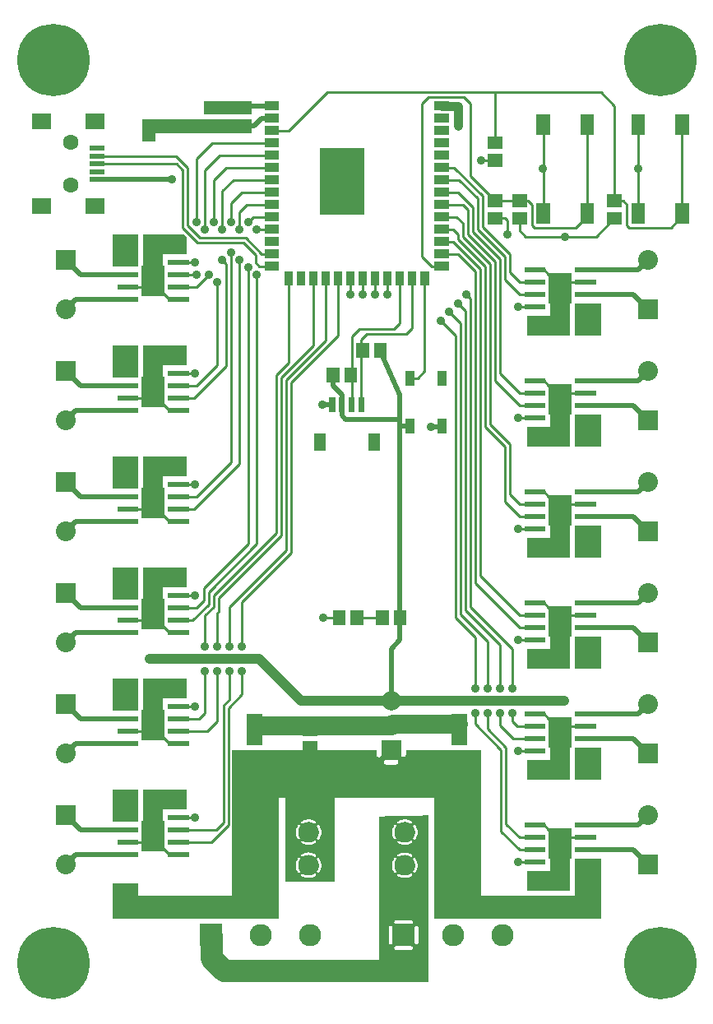
<source format=gbr>
G04 start of page 2 for group 0 idx 0 *
G04 Title: (unknown), top *
G04 Creator: pcb 4.0.2 *
G04 CreationDate: Sat May 14 18:30:59 2022 UTC *
G04 For: railfan *
G04 Format: Gerber/RS-274X *
G04 PCB-Dimensions (mil): 3000.00 4200.00 *
G04 PCB-Coordinate-Origin: lower left *
%MOIN*%
%FSLAX25Y25*%
%LNTOP*%
%ADD29C,0.0630*%
%ADD28C,0.0550*%
%ADD27C,0.0450*%
%ADD26C,0.0433*%
%ADD25C,0.1285*%
%ADD24C,0.0480*%
%ADD23C,0.0360*%
%ADD22C,0.0830*%
%ADD21C,0.0787*%
%ADD20C,0.0633*%
%ADD19C,0.2937*%
%ADD18C,0.0800*%
%ADD17C,0.0350*%
%ADD16C,0.0900*%
%ADD15C,0.0400*%
%ADD14C,0.0750*%
%ADD13C,0.0200*%
%ADD12C,0.0100*%
%ADD11C,0.0001*%
G54D11*G36*
X236500Y281500D02*X228500D01*
Y306500D01*
X236500D01*
Y281500D01*
G37*
G36*
X219000D01*
Y289500D01*
X236500D01*
Y289452D01*
X231241Y289443D01*
X231088Y289406D01*
X230943Y289346D01*
X230808Y289264D01*
X230689Y289161D01*
X230586Y289042D01*
X230504Y288907D01*
X230444Y288762D01*
X230407Y288609D01*
X230398Y288452D01*
X230407Y282391D01*
X230444Y282238D01*
X230504Y282093D01*
X230586Y281958D01*
X230689Y281839D01*
X230808Y281736D01*
X230943Y281654D01*
X231088Y281594D01*
X231241Y281557D01*
X231398Y281548D01*
X236500Y281557D01*
Y281500D01*
G37*
G36*
X249000D02*X238500D01*
Y294500D01*
X249000D01*
Y281500D01*
G37*
G36*
X236500Y236500D02*X228500D01*
Y261500D01*
X236500D01*
Y236500D01*
G37*
G36*
Y191500D02*X228500D01*
Y216500D01*
X236500D01*
Y191500D01*
G37*
G36*
X219000D01*
Y199500D01*
X236500D01*
Y199452D01*
X231241Y199443D01*
X231088Y199406D01*
X230943Y199346D01*
X230808Y199264D01*
X230689Y199161D01*
X230586Y199042D01*
X230504Y198907D01*
X230444Y198762D01*
X230407Y198609D01*
X230398Y198452D01*
X230407Y192391D01*
X230444Y192238D01*
X230504Y192093D01*
X230586Y191958D01*
X230689Y191839D01*
X230808Y191736D01*
X230943Y191654D01*
X231088Y191594D01*
X231241Y191557D01*
X231398Y191548D01*
X236500Y191557D01*
Y191500D01*
G37*
G36*
Y236500D02*X219000D01*
Y244500D01*
X236500D01*
Y244452D01*
X231241Y244443D01*
X231088Y244406D01*
X230943Y244346D01*
X230808Y244264D01*
X230689Y244161D01*
X230586Y244042D01*
X230504Y243907D01*
X230444Y243762D01*
X230407Y243609D01*
X230398Y243452D01*
X230407Y237391D01*
X230444Y237238D01*
X230504Y237093D01*
X230586Y236958D01*
X230689Y236839D01*
X230808Y236736D01*
X230943Y236654D01*
X231088Y236594D01*
X231241Y236557D01*
X231398Y236548D01*
X236500Y236557D01*
Y236500D01*
G37*
G36*
X249000D02*X238500D01*
Y249500D01*
X249000D01*
Y236500D01*
G37*
G36*
Y191500D02*X238500D01*
Y204500D01*
X249000D01*
Y191500D01*
G37*
G36*
X63500Y322500D02*X79879D01*
X81000Y321379D01*
Y314500D01*
X63500D01*
Y314548D01*
X68759Y314557D01*
X68912Y314594D01*
X69057Y314654D01*
X69192Y314736D01*
X69311Y314839D01*
X69414Y314958D01*
X69496Y315093D01*
X69556Y315238D01*
X69593Y315391D01*
X69602Y315548D01*
X69593Y321609D01*
X69556Y321762D01*
X69496Y321907D01*
X69414Y322042D01*
X69311Y322161D01*
X69192Y322264D01*
X69057Y322346D01*
X68912Y322406D01*
X68759Y322443D01*
X68602Y322452D01*
X63500Y322443D01*
Y322500D01*
G37*
G36*
X51000D02*X61500D01*
Y309500D01*
X51000D01*
Y322500D01*
G37*
G36*
X135000Y357500D02*X153000D01*
Y330500D01*
X135000D01*
Y357500D01*
G37*
G36*
X107500Y376500D02*Y371000D01*
X88000D01*
Y376500D01*
X107500D01*
G37*
G36*
X63000Y369000D02*X107500D01*
Y363500D01*
X63000D01*
Y369000D01*
G37*
G36*
X68500D01*
Y360000D01*
X63000D01*
Y369000D01*
G37*
G36*
X63500Y322500D02*X71500D01*
Y297500D01*
X63500D01*
Y322500D01*
G37*
G36*
Y277500D02*X81000D01*
Y269500D01*
X63500D01*
Y269548D01*
X68759Y269557D01*
X68912Y269594D01*
X69057Y269654D01*
X69192Y269736D01*
X69311Y269839D01*
X69414Y269958D01*
X69496Y270093D01*
X69556Y270238D01*
X69593Y270391D01*
X69602Y270548D01*
X69593Y276609D01*
X69556Y276762D01*
X69496Y276907D01*
X69414Y277042D01*
X69311Y277161D01*
X69192Y277264D01*
X69057Y277346D01*
X68912Y277406D01*
X68759Y277443D01*
X68602Y277452D01*
X63500Y277443D01*
Y277500D01*
G37*
G36*
X71500D01*
Y252500D01*
X63500D01*
Y277500D01*
G37*
G36*
X51000D02*X61500D01*
Y264500D01*
X51000D01*
Y277500D01*
G37*
G36*
X63500Y232500D02*X71500D01*
Y207500D01*
X63500D01*
Y232500D01*
G37*
G36*
X81000D01*
Y224500D01*
X63500D01*
Y224548D01*
X68759Y224557D01*
X68912Y224594D01*
X69057Y224654D01*
X69192Y224736D01*
X69311Y224839D01*
X69414Y224958D01*
X69496Y225093D01*
X69556Y225238D01*
X69593Y225391D01*
X69602Y225548D01*
X69593Y231609D01*
X69556Y231762D01*
X69496Y231907D01*
X69414Y232042D01*
X69311Y232161D01*
X69192Y232264D01*
X69057Y232346D01*
X68912Y232406D01*
X68759Y232443D01*
X68602Y232452D01*
X63500Y232443D01*
Y232500D01*
G37*
G36*
X51000D02*X61500D01*
Y219500D01*
X51000D01*
Y232500D01*
G37*
G36*
X63500Y187500D02*X71500D01*
Y162500D01*
X63500D01*
Y187500D01*
G37*
G36*
Y142500D02*X71500D01*
Y117500D01*
X63500D01*
Y142500D01*
G37*
G36*
X81000D01*
Y134500D01*
X63500D01*
Y134548D01*
X68759Y134557D01*
X68912Y134594D01*
X69057Y134654D01*
X69192Y134736D01*
X69311Y134839D01*
X69414Y134958D01*
X69496Y135093D01*
X69556Y135238D01*
X69593Y135391D01*
X69602Y135548D01*
X69593Y141609D01*
X69556Y141762D01*
X69496Y141907D01*
X69414Y142042D01*
X69311Y142161D01*
X69192Y142264D01*
X69057Y142346D01*
X68912Y142406D01*
X68759Y142443D01*
X68602Y142452D01*
X63500Y142443D01*
Y142500D01*
G37*
G36*
Y187500D02*X81000D01*
Y179500D01*
X63500D01*
Y179548D01*
X68759Y179557D01*
X68912Y179594D01*
X69057Y179654D01*
X69192Y179736D01*
X69311Y179839D01*
X69414Y179958D01*
X69496Y180093D01*
X69556Y180238D01*
X69593Y180391D01*
X69602Y180548D01*
X69593Y186609D01*
X69556Y186762D01*
X69496Y186907D01*
X69414Y187042D01*
X69311Y187161D01*
X69192Y187264D01*
X69057Y187346D01*
X68912Y187406D01*
X68759Y187443D01*
X68602Y187452D01*
X63500Y187443D01*
Y187500D01*
G37*
G36*
X51000D02*X61500D01*
Y174500D01*
X51000D01*
Y187500D01*
G37*
G36*
Y142500D02*X61500D01*
Y129500D01*
X51000D01*
Y142500D01*
G37*
G36*
X164000Y113500D02*X167937D01*
Y111563D01*
X167946Y111406D01*
X167983Y111253D01*
X168043Y111108D01*
X168125Y110973D01*
X168228Y110854D01*
X168347Y110751D01*
X168482Y110669D01*
X168627Y110609D01*
X168780Y110572D01*
X168937Y110560D01*
X169094Y110572D01*
X169247Y110609D01*
X169392Y110669D01*
X169527Y110751D01*
X169646Y110854D01*
X169749Y110973D01*
X169831Y111108D01*
X169891Y111253D01*
X169928Y111406D01*
X169937Y111563D01*
Y113500D01*
X200500D01*
Y94000D01*
X164000D01*
Y107563D01*
X165937D01*
X166094Y107572D01*
X166247Y107609D01*
X166392Y107669D01*
X166527Y107751D01*
X166646Y107854D01*
X166749Y107973D01*
X166831Y108108D01*
X166891Y108253D01*
X166928Y108406D01*
X166940Y108563D01*
X166928Y108720D01*
X166891Y108873D01*
X166831Y109018D01*
X166749Y109153D01*
X166646Y109272D01*
X166527Y109375D01*
X166392Y109457D01*
X166247Y109517D01*
X166094Y109554D01*
X165937Y109563D01*
X164000D01*
Y113500D01*
G37*
G36*
X99500D02*X158063D01*
Y111563D01*
X158072Y111406D01*
X158109Y111253D01*
X158169Y111108D01*
X158251Y110973D01*
X158354Y110854D01*
X158473Y110751D01*
X158608Y110669D01*
X158753Y110609D01*
X158906Y110572D01*
X159063Y110560D01*
X159220Y110572D01*
X159373Y110609D01*
X159518Y110669D01*
X159653Y110751D01*
X159772Y110854D01*
X159875Y110973D01*
X159957Y111108D01*
X160017Y111253D01*
X160054Y111406D01*
X160063Y111563D01*
Y113500D01*
X164000D01*
Y109563D01*
X162063D01*
X161906Y109554D01*
X161753Y109517D01*
X161608Y109457D01*
X161473Y109375D01*
X161354Y109272D01*
X161251Y109153D01*
X161169Y109018D01*
X161109Y108873D01*
X161072Y108720D01*
X161060Y108563D01*
X161072Y108406D01*
X161109Y108253D01*
X161169Y108108D01*
X161251Y107973D01*
X161354Y107854D01*
X161473Y107751D01*
X161608Y107669D01*
X161753Y107609D01*
X161906Y107572D01*
X162063Y107563D01*
X164000D01*
Y94000D01*
X99500D01*
Y113500D01*
G37*
G36*
X134780Y104000D02*X141000D01*
Y60000D01*
X134780D01*
Y63947D01*
X134789Y63956D01*
X134835Y64019D01*
X135066Y64408D01*
X135258Y64817D01*
X135414Y65242D01*
X135531Y65678D01*
X135610Y66123D01*
X135650Y66574D01*
Y67026D01*
X135610Y67477D01*
X135531Y67922D01*
X135414Y68358D01*
X135258Y68783D01*
X135066Y69192D01*
X134839Y69583D01*
X134792Y69647D01*
X134780Y69658D01*
Y77347D01*
X134789Y77356D01*
X134835Y77419D01*
X135066Y77808D01*
X135258Y78217D01*
X135414Y78642D01*
X135531Y79078D01*
X135610Y79523D01*
X135650Y79974D01*
Y80426D01*
X135610Y80877D01*
X135531Y81322D01*
X135414Y81758D01*
X135258Y82183D01*
X135066Y82592D01*
X134839Y82983D01*
X134792Y83047D01*
X134780Y83058D01*
Y104000D01*
G37*
G36*
X130502D02*X134780D01*
Y83058D01*
X134734Y83102D01*
X134669Y83147D01*
X134598Y83182D01*
X134522Y83205D01*
X134443Y83215D01*
X134364Y83214D01*
X134286Y83200D01*
X134211Y83174D01*
X134141Y83136D01*
X134078Y83088D01*
X134023Y83031D01*
X133978Y82966D01*
X133943Y82894D01*
X133920Y82819D01*
X133909Y82740D01*
X133911Y82661D01*
X133925Y82583D01*
X133951Y82508D01*
X133990Y82439D01*
X134176Y82126D01*
X134331Y81796D01*
X134456Y81455D01*
X134551Y81103D01*
X134614Y80745D01*
X134646Y80382D01*
Y80018D01*
X134614Y79655D01*
X134551Y79297D01*
X134456Y78945D01*
X134331Y78604D01*
X134176Y78274D01*
X133993Y77959D01*
X133955Y77891D01*
X133929Y77816D01*
X133915Y77739D01*
X133913Y77660D01*
X133924Y77582D01*
X133947Y77507D01*
X133981Y77436D01*
X134026Y77372D01*
X134080Y77315D01*
X134143Y77267D01*
X134213Y77230D01*
X134287Y77204D01*
X134364Y77190D01*
X134443Y77189D01*
X134521Y77199D01*
X134596Y77222D01*
X134667Y77256D01*
X134732Y77301D01*
X134780Y77347D01*
Y69658D01*
X134734Y69702D01*
X134669Y69747D01*
X134598Y69782D01*
X134522Y69805D01*
X134443Y69815D01*
X134364Y69814D01*
X134286Y69800D01*
X134211Y69774D01*
X134141Y69736D01*
X134078Y69688D01*
X134023Y69631D01*
X133978Y69566D01*
X133943Y69494D01*
X133920Y69419D01*
X133909Y69340D01*
X133911Y69261D01*
X133925Y69183D01*
X133951Y69108D01*
X133990Y69039D01*
X134176Y68726D01*
X134331Y68396D01*
X134456Y68055D01*
X134551Y67703D01*
X134614Y67345D01*
X134646Y66982D01*
Y66618D01*
X134614Y66255D01*
X134551Y65897D01*
X134456Y65545D01*
X134331Y65204D01*
X134176Y64874D01*
X133993Y64559D01*
X133955Y64491D01*
X133929Y64416D01*
X133915Y64339D01*
X133913Y64260D01*
X133924Y64182D01*
X133947Y64107D01*
X133981Y64036D01*
X134026Y63972D01*
X134080Y63915D01*
X134143Y63867D01*
X134213Y63830D01*
X134287Y63804D01*
X134364Y63790D01*
X134443Y63789D01*
X134521Y63799D01*
X134596Y63822D01*
X134667Y63856D01*
X134732Y63901D01*
X134780Y63947D01*
Y60000D01*
X130502D01*
Y61650D01*
X130726D01*
X131177Y61690D01*
X131622Y61769D01*
X132058Y61886D01*
X132483Y62042D01*
X132892Y62234D01*
X133283Y62461D01*
X133347Y62508D01*
X133402Y62566D01*
X133447Y62631D01*
X133482Y62702D01*
X133505Y62778D01*
X133515Y62857D01*
X133514Y62936D01*
X133500Y63014D01*
X133474Y63089D01*
X133436Y63159D01*
X133388Y63222D01*
X133331Y63277D01*
X133266Y63322D01*
X133194Y63357D01*
X133119Y63380D01*
X133040Y63391D01*
X132961Y63389D01*
X132883Y63375D01*
X132808Y63349D01*
X132739Y63310D01*
X132426Y63124D01*
X132096Y62969D01*
X131755Y62844D01*
X131403Y62749D01*
X131045Y62686D01*
X130682Y62654D01*
X130502D01*
Y70946D01*
X130682D01*
X131045Y70914D01*
X131403Y70851D01*
X131755Y70756D01*
X132096Y70631D01*
X132426Y70476D01*
X132741Y70293D01*
X132809Y70255D01*
X132884Y70229D01*
X132961Y70215D01*
X133040Y70213D01*
X133118Y70224D01*
X133193Y70247D01*
X133264Y70281D01*
X133328Y70326D01*
X133385Y70380D01*
X133433Y70443D01*
X133470Y70513D01*
X133496Y70587D01*
X133510Y70664D01*
X133511Y70743D01*
X133501Y70821D01*
X133478Y70896D01*
X133444Y70967D01*
X133399Y71032D01*
X133344Y71089D01*
X133281Y71135D01*
X132892Y71366D01*
X132483Y71558D01*
X132058Y71714D01*
X131622Y71831D01*
X131177Y71910D01*
X130726Y71950D01*
X130502D01*
Y75050D01*
X130726D01*
X131177Y75090D01*
X131622Y75169D01*
X132058Y75286D01*
X132483Y75442D01*
X132892Y75634D01*
X133283Y75861D01*
X133347Y75908D01*
X133402Y75966D01*
X133447Y76031D01*
X133482Y76102D01*
X133505Y76178D01*
X133515Y76257D01*
X133514Y76336D01*
X133500Y76414D01*
X133474Y76489D01*
X133436Y76559D01*
X133388Y76622D01*
X133331Y76677D01*
X133266Y76722D01*
X133194Y76757D01*
X133119Y76780D01*
X133040Y76791D01*
X132961Y76789D01*
X132883Y76775D01*
X132808Y76749D01*
X132739Y76710D01*
X132426Y76524D01*
X132096Y76369D01*
X131755Y76244D01*
X131403Y76149D01*
X131045Y76086D01*
X130682Y76054D01*
X130502D01*
Y84346D01*
X130682D01*
X131045Y84314D01*
X131403Y84251D01*
X131755Y84156D01*
X132096Y84031D01*
X132426Y83876D01*
X132741Y83693D01*
X132809Y83655D01*
X132884Y83629D01*
X132961Y83615D01*
X133040Y83613D01*
X133118Y83624D01*
X133193Y83647D01*
X133264Y83681D01*
X133328Y83726D01*
X133385Y83780D01*
X133433Y83843D01*
X133470Y83913D01*
X133496Y83987D01*
X133510Y84064D01*
X133511Y84143D01*
X133501Y84221D01*
X133478Y84296D01*
X133444Y84367D01*
X133399Y84432D01*
X133344Y84489D01*
X133281Y84535D01*
X132892Y84766D01*
X132483Y84958D01*
X132058Y85114D01*
X131622Y85231D01*
X131177Y85310D01*
X130726Y85350D01*
X130502D01*
Y104000D01*
G37*
G36*
X126220D02*X130502D01*
Y85350D01*
X130274D01*
X129823Y85310D01*
X129378Y85231D01*
X128942Y85114D01*
X128517Y84958D01*
X128108Y84766D01*
X127717Y84539D01*
X127653Y84492D01*
X127598Y84434D01*
X127553Y84369D01*
X127518Y84298D01*
X127495Y84222D01*
X127485Y84143D01*
X127486Y84064D01*
X127500Y83986D01*
X127526Y83911D01*
X127564Y83841D01*
X127612Y83778D01*
X127669Y83723D01*
X127734Y83678D01*
X127806Y83643D01*
X127881Y83620D01*
X127960Y83609D01*
X128039Y83611D01*
X128117Y83625D01*
X128192Y83651D01*
X128261Y83690D01*
X128574Y83876D01*
X128904Y84031D01*
X129245Y84156D01*
X129597Y84251D01*
X129955Y84314D01*
X130318Y84346D01*
X130502D01*
Y76054D01*
X130318D01*
X129955Y76086D01*
X129597Y76149D01*
X129245Y76244D01*
X128904Y76369D01*
X128574Y76524D01*
X128259Y76707D01*
X128191Y76745D01*
X128116Y76771D01*
X128039Y76785D01*
X127960Y76787D01*
X127882Y76776D01*
X127807Y76753D01*
X127736Y76719D01*
X127672Y76674D01*
X127615Y76620D01*
X127567Y76557D01*
X127530Y76487D01*
X127504Y76413D01*
X127490Y76336D01*
X127489Y76257D01*
X127499Y76179D01*
X127522Y76104D01*
X127556Y76033D01*
X127601Y75968D01*
X127656Y75911D01*
X127719Y75865D01*
X128108Y75634D01*
X128517Y75442D01*
X128942Y75286D01*
X129378Y75169D01*
X129823Y75090D01*
X130274Y75050D01*
X130502D01*
Y71950D01*
X130274D01*
X129823Y71910D01*
X129378Y71831D01*
X128942Y71714D01*
X128517Y71558D01*
X128108Y71366D01*
X127717Y71139D01*
X127653Y71092D01*
X127598Y71034D01*
X127553Y70969D01*
X127518Y70898D01*
X127495Y70822D01*
X127485Y70743D01*
X127486Y70664D01*
X127500Y70586D01*
X127526Y70511D01*
X127564Y70441D01*
X127612Y70378D01*
X127669Y70323D01*
X127734Y70278D01*
X127806Y70243D01*
X127881Y70220D01*
X127960Y70209D01*
X128039Y70211D01*
X128117Y70225D01*
X128192Y70251D01*
X128261Y70290D01*
X128574Y70476D01*
X128904Y70631D01*
X129245Y70756D01*
X129597Y70851D01*
X129955Y70914D01*
X130318Y70946D01*
X130502D01*
Y62654D01*
X130318D01*
X129955Y62686D01*
X129597Y62749D01*
X129245Y62844D01*
X128904Y62969D01*
X128574Y63124D01*
X128259Y63307D01*
X128191Y63345D01*
X128116Y63371D01*
X128039Y63385D01*
X127960Y63387D01*
X127882Y63376D01*
X127807Y63353D01*
X127736Y63319D01*
X127672Y63274D01*
X127615Y63220D01*
X127567Y63157D01*
X127530Y63087D01*
X127504Y63013D01*
X127490Y62936D01*
X127489Y62857D01*
X127499Y62779D01*
X127522Y62704D01*
X127556Y62633D01*
X127601Y62568D01*
X127656Y62511D01*
X127719Y62465D01*
X128108Y62234D01*
X128517Y62042D01*
X128942Y61886D01*
X129378Y61769D01*
X129823Y61690D01*
X130274Y61650D01*
X130502D01*
Y60000D01*
X126220D01*
Y63942D01*
X126266Y63898D01*
X126331Y63853D01*
X126402Y63818D01*
X126478Y63795D01*
X126557Y63785D01*
X126636Y63786D01*
X126714Y63800D01*
X126789Y63826D01*
X126859Y63864D01*
X126922Y63912D01*
X126977Y63969D01*
X127022Y64034D01*
X127057Y64106D01*
X127080Y64181D01*
X127091Y64260D01*
X127089Y64339D01*
X127075Y64417D01*
X127049Y64492D01*
X127010Y64561D01*
X126824Y64874D01*
X126669Y65204D01*
X126544Y65545D01*
X126449Y65897D01*
X126386Y66255D01*
X126354Y66618D01*
Y66982D01*
X126386Y67345D01*
X126449Y67703D01*
X126544Y68055D01*
X126669Y68396D01*
X126824Y68726D01*
X127007Y69041D01*
X127045Y69109D01*
X127071Y69184D01*
X127085Y69261D01*
X127087Y69340D01*
X127076Y69418D01*
X127053Y69493D01*
X127019Y69564D01*
X126974Y69628D01*
X126920Y69685D01*
X126857Y69733D01*
X126787Y69770D01*
X126713Y69796D01*
X126636Y69810D01*
X126557Y69811D01*
X126479Y69801D01*
X126404Y69778D01*
X126333Y69744D01*
X126268Y69699D01*
X126220Y69653D01*
Y77342D01*
X126266Y77298D01*
X126331Y77253D01*
X126402Y77218D01*
X126478Y77195D01*
X126557Y77185D01*
X126636Y77186D01*
X126714Y77200D01*
X126789Y77226D01*
X126859Y77264D01*
X126922Y77312D01*
X126977Y77369D01*
X127022Y77434D01*
X127057Y77506D01*
X127080Y77581D01*
X127091Y77660D01*
X127089Y77739D01*
X127075Y77817D01*
X127049Y77892D01*
X127010Y77961D01*
X126824Y78274D01*
X126669Y78604D01*
X126544Y78945D01*
X126449Y79297D01*
X126386Y79655D01*
X126354Y80018D01*
Y80382D01*
X126386Y80745D01*
X126449Y81103D01*
X126544Y81455D01*
X126669Y81796D01*
X126824Y82126D01*
X127007Y82441D01*
X127045Y82509D01*
X127071Y82584D01*
X127085Y82661D01*
X127087Y82740D01*
X127076Y82818D01*
X127053Y82893D01*
X127019Y82964D01*
X126974Y83028D01*
X126920Y83085D01*
X126857Y83133D01*
X126787Y83170D01*
X126713Y83196D01*
X126636Y83210D01*
X126557Y83211D01*
X126479Y83201D01*
X126404Y83178D01*
X126333Y83144D01*
X126268Y83099D01*
X126220Y83053D01*
Y104000D01*
G37*
G36*
X121000Y60000D02*Y104000D01*
X126220D01*
Y83053D01*
X126211Y83044D01*
X126165Y82981D01*
X125934Y82592D01*
X125742Y82183D01*
X125586Y81758D01*
X125469Y81322D01*
X125390Y80877D01*
X125350Y80426D01*
Y79974D01*
X125390Y79523D01*
X125469Y79078D01*
X125586Y78642D01*
X125742Y78217D01*
X125934Y77808D01*
X126161Y77417D01*
X126208Y77353D01*
X126220Y77342D01*
Y69653D01*
X126211Y69644D01*
X126165Y69581D01*
X125934Y69192D01*
X125742Y68783D01*
X125586Y68358D01*
X125469Y67922D01*
X125390Y67477D01*
X125350Y67026D01*
Y66574D01*
X125390Y66123D01*
X125469Y65678D01*
X125586Y65242D01*
X125742Y64817D01*
X125934Y64408D01*
X126161Y64017D01*
X126208Y63953D01*
X126220Y63942D01*
Y60000D01*
X121000D01*
G37*
G36*
X181500Y50000D02*Y113500D01*
X200500D01*
Y50000D01*
X181500D01*
G37*
G36*
X99500Y113500D02*X118500D01*
Y50000D01*
X99500D01*
Y82941D01*
X99505Y83000D01*
X99500Y83059D01*
Y113500D01*
G37*
G36*
X174250Y86881D02*X179000Y87000D01*
Y19500D01*
X174250D01*
Y34748D01*
X174368Y34757D01*
X174482Y34785D01*
X174592Y34830D01*
X174692Y34891D01*
X174782Y34968D01*
X174859Y35058D01*
X174920Y35158D01*
X174965Y35268D01*
X174993Y35382D01*
X175000Y35500D01*
Y41500D01*
X174993Y41618D01*
X174965Y41732D01*
X174920Y41842D01*
X174859Y41942D01*
X174782Y42032D01*
X174692Y42109D01*
X174592Y42170D01*
X174482Y42215D01*
X174368Y42243D01*
X174250Y42252D01*
Y64799D01*
X174258Y64817D01*
X174414Y65242D01*
X174531Y65678D01*
X174610Y66123D01*
X174650Y66574D01*
Y67026D01*
X174610Y67477D01*
X174531Y67922D01*
X174414Y68358D01*
X174258Y68783D01*
X174250Y68801D01*
Y78199D01*
X174258Y78217D01*
X174414Y78642D01*
X174531Y79078D01*
X174610Y79523D01*
X174650Y79974D01*
Y80426D01*
X174610Y80877D01*
X174531Y81322D01*
X174414Y81758D01*
X174258Y82183D01*
X174250Y82201D01*
Y86881D01*
G37*
G36*
X169000Y86750D02*X174250Y86881D01*
Y82201D01*
X174066Y82592D01*
X173839Y82983D01*
X173792Y83047D01*
X173734Y83102D01*
X173669Y83147D01*
X173598Y83182D01*
X173522Y83205D01*
X173443Y83215D01*
X173364Y83214D01*
X173286Y83200D01*
X173211Y83174D01*
X173141Y83136D01*
X173078Y83088D01*
X173023Y83031D01*
X172978Y82966D01*
X172943Y82894D01*
X172920Y82819D01*
X172909Y82740D01*
X172911Y82661D01*
X172925Y82583D01*
X172951Y82508D01*
X172990Y82439D01*
X173176Y82126D01*
X173331Y81796D01*
X173456Y81455D01*
X173551Y81103D01*
X173614Y80745D01*
X173646Y80382D01*
Y80018D01*
X173614Y79655D01*
X173551Y79297D01*
X173456Y78945D01*
X173331Y78604D01*
X173176Y78274D01*
X172993Y77959D01*
X172955Y77891D01*
X172929Y77816D01*
X172915Y77739D01*
X172913Y77660D01*
X172924Y77582D01*
X172947Y77507D01*
X172981Y77436D01*
X173026Y77372D01*
X173080Y77315D01*
X173143Y77267D01*
X173213Y77230D01*
X173287Y77204D01*
X173364Y77190D01*
X173443Y77189D01*
X173521Y77199D01*
X173596Y77222D01*
X173667Y77256D01*
X173732Y77301D01*
X173789Y77356D01*
X173835Y77419D01*
X174066Y77808D01*
X174250Y78199D01*
Y68801D01*
X174066Y69192D01*
X173839Y69583D01*
X173792Y69647D01*
X173734Y69702D01*
X173669Y69747D01*
X173598Y69782D01*
X173522Y69805D01*
X173443Y69815D01*
X173364Y69814D01*
X173286Y69800D01*
X173211Y69774D01*
X173141Y69736D01*
X173078Y69688D01*
X173023Y69631D01*
X172978Y69566D01*
X172943Y69494D01*
X172920Y69419D01*
X172909Y69340D01*
X172911Y69261D01*
X172925Y69183D01*
X172951Y69108D01*
X172990Y69039D01*
X173176Y68726D01*
X173331Y68396D01*
X173456Y68055D01*
X173551Y67703D01*
X173614Y67345D01*
X173646Y66982D01*
Y66618D01*
X173614Y66255D01*
X173551Y65897D01*
X173456Y65545D01*
X173331Y65204D01*
X173176Y64874D01*
X172993Y64559D01*
X172955Y64491D01*
X172929Y64416D01*
X172915Y64339D01*
X172913Y64260D01*
X172924Y64182D01*
X172947Y64107D01*
X172981Y64036D01*
X173026Y63972D01*
X173080Y63915D01*
X173143Y63867D01*
X173213Y63830D01*
X173287Y63804D01*
X173364Y63790D01*
X173443Y63789D01*
X173521Y63799D01*
X173596Y63822D01*
X173667Y63856D01*
X173732Y63901D01*
X173789Y63956D01*
X173835Y64019D01*
X174066Y64408D01*
X174250Y64799D01*
Y42252D01*
X174132Y42243D01*
X174018Y42215D01*
X173908Y42170D01*
X173808Y42109D01*
X173718Y42032D01*
X173641Y41942D01*
X173580Y41842D01*
X173535Y41732D01*
X173507Y41618D01*
X173500Y41500D01*
Y35500D01*
X173507Y35382D01*
X173535Y35268D01*
X173580Y35158D01*
X173641Y35058D01*
X173718Y34968D01*
X173808Y34891D01*
X173908Y34830D01*
X174018Y34785D01*
X174132Y34757D01*
X174250Y34748D01*
Y19500D01*
X169000D01*
Y32500D01*
X172000D01*
X172118Y32507D01*
X172232Y32535D01*
X172342Y32580D01*
X172442Y32641D01*
X172532Y32718D01*
X172609Y32808D01*
X172670Y32908D01*
X172715Y33018D01*
X172743Y33132D01*
X172752Y33250D01*
X172743Y33368D01*
X172715Y33482D01*
X172670Y33592D01*
X172609Y33692D01*
X172532Y33782D01*
X172442Y33859D01*
X172342Y33920D01*
X172232Y33965D01*
X172118Y33993D01*
X172000Y34000D01*
X169000D01*
Y43000D01*
X172000D01*
X172118Y43007D01*
X172232Y43035D01*
X172342Y43080D01*
X172442Y43141D01*
X172532Y43218D01*
X172609Y43308D01*
X172670Y43408D01*
X172715Y43518D01*
X172743Y43632D01*
X172752Y43750D01*
X172743Y43868D01*
X172715Y43982D01*
X172670Y44092D01*
X172609Y44192D01*
X172532Y44282D01*
X172442Y44359D01*
X172342Y44420D01*
X172232Y44465D01*
X172118Y44493D01*
X172000Y44500D01*
X169000D01*
Y61674D01*
X169274Y61650D01*
X169726D01*
X170177Y61690D01*
X170622Y61769D01*
X171058Y61886D01*
X171483Y62042D01*
X171892Y62234D01*
X172283Y62461D01*
X172347Y62508D01*
X172402Y62566D01*
X172447Y62631D01*
X172482Y62702D01*
X172505Y62778D01*
X172515Y62857D01*
X172514Y62936D01*
X172500Y63014D01*
X172474Y63089D01*
X172436Y63159D01*
X172388Y63222D01*
X172331Y63277D01*
X172266Y63322D01*
X172194Y63357D01*
X172119Y63380D01*
X172040Y63391D01*
X171961Y63389D01*
X171883Y63375D01*
X171808Y63349D01*
X171739Y63310D01*
X171426Y63124D01*
X171096Y62969D01*
X170755Y62844D01*
X170403Y62749D01*
X170045Y62686D01*
X169682Y62654D01*
X169318D01*
X169000Y62682D01*
Y70918D01*
X169318Y70946D01*
X169682D01*
X170045Y70914D01*
X170403Y70851D01*
X170755Y70756D01*
X171096Y70631D01*
X171426Y70476D01*
X171741Y70293D01*
X171809Y70255D01*
X171884Y70229D01*
X171961Y70215D01*
X172040Y70213D01*
X172118Y70224D01*
X172193Y70247D01*
X172264Y70281D01*
X172328Y70326D01*
X172385Y70380D01*
X172433Y70443D01*
X172470Y70513D01*
X172496Y70587D01*
X172510Y70664D01*
X172511Y70743D01*
X172501Y70821D01*
X172478Y70896D01*
X172444Y70967D01*
X172399Y71032D01*
X172344Y71089D01*
X172281Y71135D01*
X171892Y71366D01*
X171483Y71558D01*
X171058Y71714D01*
X170622Y71831D01*
X170177Y71910D01*
X169726Y71950D01*
X169274D01*
X169000Y71926D01*
Y75074D01*
X169274Y75050D01*
X169726D01*
X170177Y75090D01*
X170622Y75169D01*
X171058Y75286D01*
X171483Y75442D01*
X171892Y75634D01*
X172283Y75861D01*
X172347Y75908D01*
X172402Y75966D01*
X172447Y76031D01*
X172482Y76102D01*
X172505Y76178D01*
X172515Y76257D01*
X172514Y76336D01*
X172500Y76414D01*
X172474Y76489D01*
X172436Y76559D01*
X172388Y76622D01*
X172331Y76677D01*
X172266Y76722D01*
X172194Y76757D01*
X172119Y76780D01*
X172040Y76791D01*
X171961Y76789D01*
X171883Y76775D01*
X171808Y76749D01*
X171739Y76710D01*
X171426Y76524D01*
X171096Y76369D01*
X170755Y76244D01*
X170403Y76149D01*
X170045Y76086D01*
X169682Y76054D01*
X169318D01*
X169000Y76082D01*
Y84318D01*
X169318Y84346D01*
X169682D01*
X170045Y84314D01*
X170403Y84251D01*
X170755Y84156D01*
X171096Y84031D01*
X171426Y83876D01*
X171741Y83693D01*
X171809Y83655D01*
X171884Y83629D01*
X171961Y83615D01*
X172040Y83613D01*
X172118Y83624D01*
X172193Y83647D01*
X172264Y83681D01*
X172328Y83726D01*
X172385Y83780D01*
X172433Y83843D01*
X172470Y83913D01*
X172496Y83987D01*
X172510Y84064D01*
X172511Y84143D01*
X172501Y84221D01*
X172478Y84296D01*
X172444Y84367D01*
X172399Y84432D01*
X172344Y84489D01*
X172281Y84535D01*
X171892Y84766D01*
X171483Y84958D01*
X171058Y85114D01*
X170622Y85231D01*
X170177Y85310D01*
X169726Y85350D01*
X169274D01*
X169000Y85326D01*
Y86750D01*
G37*
G36*
X165220Y86656D02*X169000Y86750D01*
Y85326D01*
X168823Y85310D01*
X168378Y85231D01*
X167942Y85114D01*
X167517Y84958D01*
X167108Y84766D01*
X166717Y84539D01*
X166653Y84492D01*
X166598Y84434D01*
X166553Y84369D01*
X166518Y84298D01*
X166495Y84222D01*
X166485Y84143D01*
X166486Y84064D01*
X166500Y83986D01*
X166526Y83911D01*
X166564Y83841D01*
X166612Y83778D01*
X166669Y83723D01*
X166734Y83678D01*
X166806Y83643D01*
X166881Y83620D01*
X166960Y83609D01*
X167039Y83611D01*
X167117Y83625D01*
X167192Y83651D01*
X167261Y83690D01*
X167574Y83876D01*
X167904Y84031D01*
X168245Y84156D01*
X168597Y84251D01*
X168955Y84314D01*
X169000Y84318D01*
Y76082D01*
X168955Y76086D01*
X168597Y76149D01*
X168245Y76244D01*
X167904Y76369D01*
X167574Y76524D01*
X167259Y76707D01*
X167191Y76745D01*
X167116Y76771D01*
X167039Y76785D01*
X166960Y76787D01*
X166882Y76776D01*
X166807Y76753D01*
X166736Y76719D01*
X166672Y76674D01*
X166615Y76620D01*
X166567Y76557D01*
X166530Y76487D01*
X166504Y76413D01*
X166490Y76336D01*
X166489Y76257D01*
X166499Y76179D01*
X166522Y76104D01*
X166556Y76033D01*
X166601Y75968D01*
X166656Y75911D01*
X166719Y75865D01*
X167108Y75634D01*
X167517Y75442D01*
X167942Y75286D01*
X168378Y75169D01*
X168823Y75090D01*
X169000Y75074D01*
Y71926D01*
X168823Y71910D01*
X168378Y71831D01*
X167942Y71714D01*
X167517Y71558D01*
X167108Y71366D01*
X166717Y71139D01*
X166653Y71092D01*
X166598Y71034D01*
X166553Y70969D01*
X166518Y70898D01*
X166495Y70822D01*
X166485Y70743D01*
X166486Y70664D01*
X166500Y70586D01*
X166526Y70511D01*
X166564Y70441D01*
X166612Y70378D01*
X166669Y70323D01*
X166734Y70278D01*
X166806Y70243D01*
X166881Y70220D01*
X166960Y70209D01*
X167039Y70211D01*
X167117Y70225D01*
X167192Y70251D01*
X167261Y70290D01*
X167574Y70476D01*
X167904Y70631D01*
X168245Y70756D01*
X168597Y70851D01*
X168955Y70914D01*
X169000Y70918D01*
Y62682D01*
X168955Y62686D01*
X168597Y62749D01*
X168245Y62844D01*
X167904Y62969D01*
X167574Y63124D01*
X167259Y63307D01*
X167191Y63345D01*
X167116Y63371D01*
X167039Y63385D01*
X166960Y63387D01*
X166882Y63376D01*
X166807Y63353D01*
X166736Y63319D01*
X166672Y63274D01*
X166615Y63220D01*
X166567Y63157D01*
X166530Y63087D01*
X166504Y63013D01*
X166490Y62936D01*
X166489Y62857D01*
X166499Y62779D01*
X166522Y62704D01*
X166556Y62633D01*
X166601Y62568D01*
X166656Y62511D01*
X166719Y62465D01*
X167108Y62234D01*
X167517Y62042D01*
X167942Y61886D01*
X168378Y61769D01*
X168823Y61690D01*
X169000Y61674D01*
Y44500D01*
X166000D01*
X165882Y44493D01*
X165768Y44465D01*
X165658Y44420D01*
X165558Y44359D01*
X165468Y44282D01*
X165391Y44192D01*
X165330Y44092D01*
X165285Y43982D01*
X165257Y43868D01*
X165248Y43750D01*
X165257Y43632D01*
X165285Y43518D01*
X165330Y43408D01*
X165391Y43308D01*
X165468Y43218D01*
X165558Y43141D01*
X165658Y43080D01*
X165768Y43035D01*
X165882Y43007D01*
X166000Y43000D01*
X169000D01*
Y34000D01*
X166000D01*
X165882Y33993D01*
X165768Y33965D01*
X165658Y33920D01*
X165558Y33859D01*
X165468Y33782D01*
X165391Y33692D01*
X165330Y33592D01*
X165285Y33482D01*
X165257Y33368D01*
X165248Y33250D01*
X165257Y33132D01*
X165285Y33018D01*
X165330Y32908D01*
X165391Y32808D01*
X165468Y32718D01*
X165558Y32641D01*
X165658Y32580D01*
X165768Y32535D01*
X165882Y32507D01*
X166000Y32500D01*
X169000D01*
Y19500D01*
X165220D01*
Y63942D01*
X165266Y63898D01*
X165331Y63853D01*
X165402Y63818D01*
X165478Y63795D01*
X165557Y63785D01*
X165636Y63786D01*
X165714Y63800D01*
X165789Y63826D01*
X165859Y63864D01*
X165922Y63912D01*
X165977Y63969D01*
X166022Y64034D01*
X166057Y64106D01*
X166080Y64181D01*
X166091Y64260D01*
X166089Y64339D01*
X166075Y64417D01*
X166049Y64492D01*
X166010Y64561D01*
X165824Y64874D01*
X165669Y65204D01*
X165544Y65545D01*
X165449Y65897D01*
X165386Y66255D01*
X165354Y66618D01*
Y66982D01*
X165386Y67345D01*
X165449Y67703D01*
X165544Y68055D01*
X165669Y68396D01*
X165824Y68726D01*
X166007Y69041D01*
X166045Y69109D01*
X166071Y69184D01*
X166085Y69261D01*
X166087Y69340D01*
X166076Y69418D01*
X166053Y69493D01*
X166019Y69564D01*
X165974Y69628D01*
X165920Y69685D01*
X165857Y69733D01*
X165787Y69770D01*
X165713Y69796D01*
X165636Y69810D01*
X165557Y69811D01*
X165479Y69801D01*
X165404Y69778D01*
X165333Y69744D01*
X165268Y69699D01*
X165220Y69653D01*
Y77342D01*
X165266Y77298D01*
X165331Y77253D01*
X165402Y77218D01*
X165478Y77195D01*
X165557Y77185D01*
X165636Y77186D01*
X165714Y77200D01*
X165789Y77226D01*
X165859Y77264D01*
X165922Y77312D01*
X165977Y77369D01*
X166022Y77434D01*
X166057Y77506D01*
X166080Y77581D01*
X166091Y77660D01*
X166089Y77739D01*
X166075Y77817D01*
X166049Y77892D01*
X166010Y77961D01*
X165824Y78274D01*
X165669Y78604D01*
X165544Y78945D01*
X165449Y79297D01*
X165386Y79655D01*
X165354Y80018D01*
Y80382D01*
X165386Y80745D01*
X165449Y81103D01*
X165544Y81455D01*
X165669Y81796D01*
X165824Y82126D01*
X166007Y82441D01*
X166045Y82509D01*
X166071Y82584D01*
X166085Y82661D01*
X166087Y82740D01*
X166076Y82818D01*
X166053Y82893D01*
X166019Y82964D01*
X165974Y83028D01*
X165920Y83085D01*
X165857Y83133D01*
X165787Y83170D01*
X165713Y83196D01*
X165636Y83210D01*
X165557Y83211D01*
X165479Y83201D01*
X165404Y83178D01*
X165333Y83144D01*
X165268Y83099D01*
X165220Y83053D01*
Y86656D01*
G37*
G36*
X163750Y86619D02*X165220Y86656D01*
Y83053D01*
X165211Y83044D01*
X165165Y82981D01*
X164934Y82592D01*
X164742Y82183D01*
X164586Y81758D01*
X164469Y81322D01*
X164390Y80877D01*
X164350Y80426D01*
Y79974D01*
X164390Y79523D01*
X164469Y79078D01*
X164586Y78642D01*
X164742Y78217D01*
X164934Y77808D01*
X165161Y77417D01*
X165208Y77353D01*
X165220Y77342D01*
Y69653D01*
X165211Y69644D01*
X165165Y69581D01*
X164934Y69192D01*
X164742Y68783D01*
X164586Y68358D01*
X164469Y67922D01*
X164390Y67477D01*
X164350Y67026D01*
Y66574D01*
X164390Y66123D01*
X164469Y65678D01*
X164586Y65242D01*
X164742Y64817D01*
X164934Y64408D01*
X165161Y64017D01*
X165208Y63953D01*
X165220Y63942D01*
Y19500D01*
X163750D01*
Y34748D01*
X163868Y34757D01*
X163982Y34785D01*
X164092Y34830D01*
X164192Y34891D01*
X164282Y34968D01*
X164359Y35058D01*
X164420Y35158D01*
X164465Y35268D01*
X164493Y35382D01*
X164500Y35500D01*
Y41500D01*
X164493Y41618D01*
X164465Y41732D01*
X164420Y41842D01*
X164359Y41942D01*
X164282Y42032D01*
X164192Y42109D01*
X164092Y42170D01*
X163982Y42215D01*
X163868Y42243D01*
X163750Y42252D01*
Y86619D01*
G37*
G36*
X159000Y19500D02*Y86500D01*
X163750Y86619D01*
Y42252D01*
X163632Y42243D01*
X163518Y42215D01*
X163408Y42170D01*
X163308Y42109D01*
X163218Y42032D01*
X163141Y41942D01*
X163080Y41842D01*
X163035Y41732D01*
X163007Y41618D01*
X163000Y41500D01*
Y35500D01*
X163007Y35382D01*
X163035Y35268D01*
X163080Y35158D01*
X163141Y35058D01*
X163218Y34968D01*
X163308Y34891D01*
X163408Y34830D01*
X163518Y34785D01*
X163632Y34757D01*
X163750Y34748D01*
Y19500D01*
X159000D01*
G37*
G36*
X63500Y97500D02*X71500D01*
Y72500D01*
X63500D01*
Y97500D01*
G37*
G36*
X81000D01*
Y89500D01*
X63500D01*
Y89548D01*
X68759Y89557D01*
X68912Y89594D01*
X69057Y89654D01*
X69192Y89736D01*
X69311Y89839D01*
X69414Y89958D01*
X69496Y90093D01*
X69556Y90238D01*
X69593Y90391D01*
X69602Y90548D01*
X69593Y96609D01*
X69556Y96762D01*
X69496Y96907D01*
X69414Y97042D01*
X69311Y97161D01*
X69192Y97264D01*
X69057Y97346D01*
X68912Y97406D01*
X68759Y97443D01*
X68602Y97452D01*
X63500Y97443D01*
Y97500D01*
G37*
G36*
X51000D02*X61500D01*
Y84500D01*
X51000D01*
Y97500D01*
G37*
G36*
X118500Y45000D02*X51000D01*
Y54500D01*
X118500D01*
Y45000D01*
G37*
G36*
X51000D02*Y59500D01*
X61500D01*
Y45000D01*
X51000D01*
G37*
G36*
X236500Y146500D02*X228500D01*
Y171500D01*
X236500D01*
Y146500D01*
G37*
G36*
Y101500D02*X228500D01*
Y126500D01*
X236500D01*
Y101500D01*
G37*
G36*
Y146500D02*X219000D01*
Y154500D01*
X236500D01*
Y154452D01*
X231241Y154443D01*
X231088Y154406D01*
X230943Y154346D01*
X230808Y154264D01*
X230689Y154161D01*
X230586Y154042D01*
X230504Y153907D01*
X230444Y153762D01*
X230407Y153609D01*
X230398Y153452D01*
X230407Y147391D01*
X230444Y147238D01*
X230504Y147093D01*
X230586Y146958D01*
X230689Y146839D01*
X230808Y146736D01*
X230943Y146654D01*
X231088Y146594D01*
X231241Y146557D01*
X231398Y146548D01*
X236500Y146557D01*
Y146500D01*
G37*
G36*
X249000D02*X238500D01*
Y159500D01*
X249000D01*
Y146500D01*
G37*
G36*
X236500Y101500D02*X219000D01*
Y109500D01*
X236500D01*
Y109452D01*
X231241Y109443D01*
X231088Y109406D01*
X230943Y109346D01*
X230808Y109264D01*
X230689Y109161D01*
X230586Y109042D01*
X230504Y108907D01*
X230444Y108762D01*
X230407Y108609D01*
X230398Y108452D01*
X230407Y102391D01*
X230444Y102238D01*
X230504Y102093D01*
X230586Y101958D01*
X230689Y101839D01*
X230808Y101736D01*
X230943Y101654D01*
X231088Y101594D01*
X231241Y101557D01*
X231398Y101548D01*
X236500Y101557D01*
Y101500D01*
G37*
G36*
X249000D02*X238500D01*
Y114500D01*
X249000D01*
Y101500D01*
G37*
G36*
X236500Y56500D02*X228500D01*
Y81500D01*
X236500D01*
Y56500D01*
G37*
G36*
X219000D01*
Y64500D01*
X236500D01*
Y64452D01*
X231241Y64443D01*
X231088Y64406D01*
X230943Y64346D01*
X230808Y64264D01*
X230689Y64161D01*
X230586Y64042D01*
X230504Y63907D01*
X230444Y63762D01*
X230407Y63609D01*
X230398Y63452D01*
X230407Y57391D01*
X230444Y57238D01*
X230504Y57093D01*
X230586Y56958D01*
X230689Y56839D01*
X230808Y56736D01*
X230943Y56654D01*
X231088Y56594D01*
X231241Y56557D01*
X231398Y56548D01*
X236500Y56557D01*
Y56500D01*
G37*
G36*
X249000D02*X238500D01*
Y69500D01*
X249000D01*
Y56500D01*
G37*
G36*
Y45000D02*X181500D01*
Y54500D01*
X249000D01*
Y45000D01*
G37*
G36*
X238500D01*
Y65500D01*
X249000D01*
Y45000D01*
G37*
G54D12*X167480Y304591D02*Y286480D01*
X165000Y284000D01*
X172480Y304591D02*Y284480D01*
X170000Y282000D01*
X165000Y284000D02*X151000D01*
X148000Y281000D01*
X170000Y282000D02*X154000D01*
X151906Y279906D01*
X162480Y304591D02*Y298000D01*
X152480Y304591D02*Y298000D01*
X147480Y304591D02*X147500Y298000D01*
X157480Y304591D02*Y298000D01*
X142480Y304591D02*Y281480D01*
X137480Y279480D02*Y304591D01*
X132480D02*Y277480D01*
X122480Y270480D02*Y304591D01*
X148000Y281000D02*Y253500D01*
X151906Y279906D02*Y253500D01*
G54D13*X144031Y257469D02*X140457Y261043D01*
Y265500D01*
X167500Y257543D02*X159543Y275500D01*
X144000Y257500D02*Y249000D01*
X140094Y253500D02*X136000D01*
X144000Y249000D02*X145500Y247500D01*
X167500D01*
G54D12*X142480Y281480D02*X123500Y262500D01*
X121500Y263500D02*X137480Y279480D01*
X132480Y277480D02*X119500Y264500D01*
X117500Y265500D02*X122480Y270480D01*
X123500Y262500D02*Y193500D01*
X121500Y194500D02*Y263500D01*
X119500Y264500D02*Y200500D01*
X117500Y201500D02*Y265500D01*
X99000Y315000D02*Y230000D01*
X102500Y312000D02*Y229500D01*
X106000Y309000D02*Y197000D01*
X109500Y306000D02*Y197000D01*
X103500Y173500D02*Y155500D01*
X98500D02*Y171500D01*
X123500Y193500D02*X103500Y173500D01*
X98500Y171500D02*X121500Y194500D01*
X160457Y167000D02*X150043D01*
X142957D02*X136500D01*
G54D14*X164000Y123500D02*X109000D01*
X164000D02*X164500Y124000D01*
G54D15*X127500Y133500D02*X110500Y150500D01*
G54D16*X96000Y24000D02*X169000D01*
G54D12*X93000Y81000D02*X96000Y84000D01*
X93500Y145500D02*Y125000D01*
X98500Y145500D02*Y134000D01*
X103500Y145500D02*Y136000D01*
G54D13*X57250Y306000D02*X38000D01*
X32000Y312000D01*
X57250Y296000D02*X36000D01*
X32000Y292000D01*
G54D12*X85000Y301000D02*X90000Y306000D01*
X57250Y301000D02*X67750D01*
X74000Y296000D02*X77750D01*
X74000D02*X70750Y299500D01*
X85000Y306000D02*X77750D01*
Y301000D02*X85000D01*
X93500Y303000D02*Y269500D01*
X97000Y310500D02*Y269000D01*
X215500Y293000D02*X222250D01*
X208000Y312500D02*Y266000D01*
X206000Y311500D02*Y263000D01*
X204000Y310500D02*Y245500D01*
X215500Y248000D02*X222250D01*
X208000Y266000D02*X216000Y258000D01*
X206000Y263000D02*X216000Y253000D01*
X204000Y245500D02*X212000Y237500D01*
X202000Y309500D02*Y244500D01*
X187500Y291000D02*X192000Y286500D01*
X184000Y287500D02*X190000Y281500D01*
X232250Y258000D02*X242750D01*
G54D13*Y253000D02*X262000D01*
X268000Y247000D01*
X242750Y263000D02*X264000D01*
X268000Y267000D01*
G54D12*X222250Y263000D02*X226000D01*
X229250Y259500D01*
X216000Y253000D02*X222250D01*
X216000Y258000D02*X222250D01*
G54D13*X167500Y158000D02*Y257543D01*
X171504Y244854D02*X167500D01*
G54D12*X177520Y304591D02*Y266980D01*
Y267020D02*X174646Y264146D01*
X171504D01*
X202000Y244500D02*X210000Y236500D01*
G54D13*X179957Y244543D02*X184496D01*
G54D12*X200000Y308500D02*Y184000D01*
X198000Y307500D02*Y181000D01*
X196000Y296500D02*Y171500D01*
X194000Y291500D02*Y170000D01*
X192000Y286500D02*Y168500D01*
X190000Y281500D02*Y167000D01*
X212000Y237500D02*Y217000D01*
X210000Y236500D02*Y214000D01*
X215500Y203000D02*X222250D01*
X216000Y213000D02*X222250D01*
X212000Y217000D02*X216000Y213000D01*
X210000Y214000D02*X216000Y208000D01*
X200000Y184000D02*X216000Y168000D01*
X198000Y181000D02*X216000Y163000D01*
G54D13*X57250Y261000D02*X38000D01*
X32000Y267000D01*
X57250Y251000D02*X36000D01*
X32000Y247000D01*
X57250Y216000D02*X38000D01*
X32000Y222000D01*
G54D12*X57250Y256000D02*X67750D01*
X74000Y251000D02*X77750D01*
X74000D02*X70750Y254500D01*
X77750Y266000D02*X84500D01*
X84000Y256000D02*X77750D01*
X85000Y261000D02*X77750D01*
X97000Y269000D02*X84000Y256000D01*
X93500Y269500D02*X85000Y261000D01*
X77750Y221000D02*X84500D01*
X85000Y216000D02*X77750D01*
X99000Y230000D02*X85000Y216000D01*
X102500Y229500D02*X84000Y211000D01*
X57250D02*X67750D01*
X74000Y206000D02*X77750D01*
X74000D02*X70750Y209500D01*
X84000Y211000D02*X77750D01*
X232250Y213000D02*X242750D01*
G54D13*Y208000D02*X262000D01*
X268000Y202000D01*
X242750Y218000D02*X264000D01*
X268000Y222000D01*
G54D12*X222250Y218000D02*X226000D01*
X229250Y214500D01*
X216000Y208000D02*X222250D01*
X232250Y168000D02*X242750D01*
X222250Y173000D02*X226000D01*
X229250Y169500D01*
G54D13*X242750Y163000D02*X262000D01*
X268000Y157000D01*
X242750Y173000D02*X264000D01*
X268000Y177000D01*
G54D12*X222250Y128000D02*X226000D01*
G54D13*X242750D02*X264000D01*
X268000Y132000D01*
G54D12*X196000Y171500D02*X213000Y154500D01*
X215500Y158000D02*X222250D01*
X216000Y168000D02*X222250D01*
X216000Y163000D02*X222250D01*
X194000Y170000D02*X208000Y156000D01*
X192000Y168500D02*X203000Y157500D01*
X190000Y167000D02*X198000Y159000D01*
X208000Y156000D02*Y138500D01*
X203000Y157500D02*Y138500D01*
X198000Y159000D02*Y138500D01*
X213000Y154500D02*Y138500D01*
X210500Y114500D02*Y83500D01*
X208500Y113500D02*Y80500D01*
X210500Y83500D02*X216000Y78000D01*
X208500Y80500D02*X216000Y73000D01*
X198000Y128500D02*Y124000D01*
X208500Y113500D01*
X213500Y118000D02*X222250D01*
G54D13*X164000Y133500D02*Y154500D01*
X167500Y158000D01*
G54D14*X164500Y124000D02*X191000D01*
G54D12*X215000Y123000D02*X222250D01*
G54D15*X234000Y133500D02*X127500D01*
G54D12*X213000Y128500D02*Y125000D01*
X215000Y123000D01*
X208000Y128500D02*Y123500D01*
X213500Y118000D01*
X203000Y122000D02*X210500Y114500D01*
X203000Y128500D02*Y122000D01*
X232250Y123000D02*X242750D01*
X226000Y128000D02*X229250Y124500D01*
X215500Y113000D02*X222250D01*
G54D13*X242750Y118000D02*X262000D01*
X268000Y112000D01*
X242750Y73000D02*X262000D01*
X268000Y67000D01*
X242750Y83000D02*X264000D01*
X268000Y87000D01*
G54D12*X232250Y78000D02*X242750D01*
X222250Y83000D02*X226000D01*
X229250Y79500D01*
X222250Y68000D02*X215500D01*
X216000Y78000D02*X222250D01*
X216000Y73000D02*X222250D01*
X57250Y166000D02*X67750D01*
X74000Y161000D02*X77750D01*
X74000D02*X70750Y164500D01*
G54D15*X110500Y150500D02*X66000D01*
G54D12*X85000Y171000D02*X77750D01*
X83500Y166000D02*X78250D01*
X90000Y172500D02*X83500Y166000D01*
X92000Y171500D02*X88500Y168000D01*
Y155500D01*
X93500Y169000D02*Y155500D01*
X77750Y176000D02*X84500D01*
X88000Y179000D02*Y174000D01*
X85000Y171000D01*
X90000Y177500D02*Y172500D01*
X92000Y176000D02*Y171500D01*
X94000Y175000D02*Y169500D01*
X93500Y169000D01*
X106000Y197000D02*X88000Y179000D01*
X109500Y197000D02*X90000Y177500D01*
X117500Y201500D02*X92000Y176000D01*
X119500Y200500D02*X94000Y175000D01*
G54D13*X57250Y206000D02*X36000D01*
X57250Y171000D02*X38000D01*
X32000Y177000D01*
X36000Y206000D02*X32000Y202000D01*
X57250Y161000D02*X36000D01*
X32000Y157000D01*
X57250Y126000D02*X38000D01*
X32000Y132000D01*
X57250Y116000D02*X36000D01*
X32000Y112000D01*
X57250Y81000D02*X38000D01*
X32000Y87000D01*
X57250Y71000D02*X36000D01*
X32000Y67000D01*
G54D12*X98000Y130500D02*X103500Y136000D01*
X96000Y131500D02*X98500Y134000D01*
X74000Y116000D02*X70750Y119500D01*
X57250Y121000D02*X67750D01*
X74000Y116000D02*X77750D01*
X98000Y83000D02*Y130500D01*
X96000Y84000D02*Y131500D01*
G54D16*X91000Y38500D02*Y29000D01*
X96000Y24000D01*
G54D12*X91000Y76000D02*X98000Y83000D01*
X88500Y145500D02*Y128500D01*
X89500Y121000D02*X93500Y125000D01*
X77750Y131000D02*X84500D01*
X77750Y121000D02*X89500D01*
X77750Y126000D02*X86000D01*
X88500Y128500D01*
X57250Y76000D02*X67750D01*
X77750D02*X91000D01*
X74000Y71000D02*X70750Y74500D01*
X74000Y71000D02*X77750D01*
Y86000D02*X84500D01*
X77750Y81000D02*X93000D01*
X138000Y380000D02*X122512Y364512D01*
G54D13*X115551Y374512D02*X104000D01*
G54D12*X122512Y364512D02*X115551D01*
G54D13*X104000Y366457D02*X108457D01*
X111512Y369512D01*
X115551D01*
X45350Y344701D02*X75000D01*
G54D12*X76850Y354150D02*X45350D01*
X77000Y351000D02*X45350D01*
X91500Y359500D02*X115551Y359512D01*
X94500Y354500D02*X115551Y354512D01*
X97012Y349512D02*X115551D01*
X81500Y349500D02*X76850Y354150D01*
X79500Y348500D02*X77000Y351000D01*
X85000Y353000D02*X91500Y359500D01*
X88500Y348500D02*X94500Y354500D01*
X115551Y314512D02*X111488D01*
X105000Y321000D01*
X115551Y309512D02*X110488D01*
X109000Y311000D01*
Y314000D01*
X104000Y319000D01*
X77750Y311000D02*X84500D01*
X105000Y321000D02*X86500D01*
X104000Y319000D02*X85500D01*
X86500Y321000D02*X81500Y326000D01*
X85500Y319000D02*X79500Y325000D01*
X95500Y312000D02*X97000Y310500D01*
X109500Y324500D02*X115551D01*
X81500Y326000D02*Y349500D01*
X85000Y327500D02*Y353000D01*
X88500Y324500D02*Y348500D01*
X79500Y325000D02*Y348500D01*
X92000Y327500D02*Y344500D01*
X95500Y324500D02*Y340000D01*
X100012Y344512D01*
X99000Y327500D02*Y335000D01*
X103512Y339512D01*
X102500Y324500D02*Y331500D01*
X92000Y344500D02*X97012Y349512D01*
X100012Y344512D02*X115551D01*
X103512Y339512D02*X115551D01*
X102500Y331500D02*X105512Y334512D01*
X106000Y327500D02*X108012Y329512D01*
X105512Y334512D02*X115551D01*
X108012Y329512D02*X115551D01*
X232250Y303000D02*X242750D01*
X222250Y308000D02*X226000D01*
G54D13*X242750D02*X264000D01*
X268000Y312000D01*
G54D12*X226000Y308000D02*X229250Y304500D01*
X191000Y320500D02*X202000Y309500D01*
X184449Y319512D02*X188988D01*
X200000Y308500D01*
X184449Y314512D02*X190988D01*
X198000Y307500D01*
G54D13*X242750Y298000D02*X262000D01*
X268000Y292000D01*
G54D12*X194500Y298000D02*X196000Y296500D01*
X191000Y294500D02*X194000Y291500D01*
X243400Y366950D02*Y331050D01*
X254500Y336043D02*Y374500D01*
X249000Y380000D01*
X219457Y336043D02*X221000Y334500D01*
X281900Y366950D02*Y330000D01*
X264100Y366950D02*Y331050D01*
X254500Y336043D02*X257957D01*
X259500Y334500D01*
Y326000D01*
X260500Y325000D01*
X277300D01*
X281900Y329600D01*
X225600Y366950D02*Y331050D01*
X221000Y334500D02*Y326000D01*
X222000Y325000D01*
X238800D01*
X216000Y328957D02*Y324000D01*
X218500Y321500D01*
X247043D01*
X238800Y325000D02*X243400Y329600D01*
X247043Y321500D02*X254500Y328957D01*
X249000Y380000D02*X138000D01*
X196000Y375500D02*X193500Y378000D01*
X179000D01*
X206000Y359543D02*Y380000D01*
X179000Y378000D02*X176500Y375500D01*
G54D17*X184449Y374512D02*X191012D01*
X191000Y366500D02*Y374512D01*
G54D12*X206000Y336043D02*X196000Y346043D01*
Y375500D01*
X200500Y352500D02*X206000D01*
X201000Y338000D02*X189488Y349512D01*
X184449D01*
Y344512D02*X191488D01*
X199000Y337000D01*
X206000Y336043D02*X219457D01*
X206000Y328957D02*X210043D01*
X211000Y328000D01*
X201000Y338000D02*Y325500D01*
X184449Y329512D02*X190488D01*
X193000Y327000D01*
X211000Y328000D02*Y322500D01*
X201000Y325500D02*X212000Y314500D01*
Y307000D01*
X210000Y313500D02*Y304000D01*
X212000Y307000D02*X216000Y303000D01*
X210000Y304000D02*X216000Y298000D01*
Y303000D02*X222250D01*
X216000Y298000D02*X222250D01*
X199000Y324500D02*X210000Y313500D01*
X197000Y323500D02*X208000Y312500D01*
X176500Y375500D02*Y313500D01*
X180488Y309512D01*
X184449D01*
Y339512D02*X190988D01*
X197000Y333500D01*
X195000Y332500D02*X192988Y334512D01*
X184449D01*
X199000Y337000D02*Y324500D01*
X197000Y333500D02*Y323500D01*
X195000Y332500D02*Y322500D01*
X206000Y311500D01*
X193000Y327000D02*Y321500D01*
X204000Y310500D01*
X184449Y324512D02*X188988D01*
X191000Y322500D01*
Y320500D01*
G54D11*G36*
X28000Y271000D02*Y263000D01*
X36000D01*
Y271000D01*
X28000D01*
G37*
G54D18*X32000Y247000D03*
G54D11*G36*
X28000Y226000D02*Y218000D01*
X36000D01*
Y226000D01*
X28000D01*
G37*
G54D18*X32000Y202000D03*
G54D11*G36*
X28000Y181000D02*Y173000D01*
X36000D01*
Y181000D01*
X28000D01*
G37*
G54D18*X32000Y157000D03*
G54D11*G36*
X28000Y136000D02*Y128000D01*
X36000D01*
Y136000D01*
X28000D01*
G37*
G54D18*X32000Y112000D03*
G54D19*X27000Y27000D03*
G54D11*G36*
X28000Y91000D02*Y83000D01*
X36000D01*
Y91000D01*
X28000D01*
G37*
G54D18*X32000Y67000D03*
G54D11*G36*
X264000Y296000D02*Y288000D01*
X272000D01*
Y296000D01*
X264000D01*
G37*
G54D18*X268000Y312000D03*
G54D19*X27000Y393000D03*
G54D20*X34122Y359661D03*
Y342339D03*
G54D11*G36*
X28000Y316000D02*Y308000D01*
X36000D01*
Y316000D01*
X28000D01*
G37*
G54D18*X32000Y292000D03*
G54D19*X273000Y393000D03*
G54D11*G36*
X264000Y251000D02*Y243000D01*
X272000D01*
Y251000D01*
X264000D01*
G37*
G54D18*X268000Y267000D03*
G54D11*G36*
X264000Y206000D02*Y198000D01*
X272000D01*
Y206000D01*
X264000D01*
G37*
G54D18*X268000Y222000D03*
G54D11*G36*
X264000Y161000D02*Y153000D01*
X272000D01*
Y161000D01*
X264000D01*
G37*
G54D18*X268000Y177000D03*
Y132000D03*
G54D11*G36*
X264000Y116000D02*Y108000D01*
X272000D01*
Y116000D01*
X264000D01*
G37*
G54D21*X164000Y133500D03*
Y123500D03*
G54D11*G36*
X160063Y117437D02*Y109563D01*
X167937D01*
Y117437D01*
X160063D01*
G37*
G36*
X164500Y43000D02*Y34000D01*
X173500D01*
Y43000D01*
X164500D01*
G37*
G54D16*X189000Y38500D03*
X209000D03*
G54D22*X130500Y80200D03*
Y66800D03*
X169500Y80200D03*
Y66800D03*
G54D11*G36*
X264000Y71000D02*Y63000D01*
X272000D01*
Y71000D01*
X264000D01*
G37*
G54D18*X268000Y87000D03*
G54D11*G36*
X86500Y43000D02*Y34000D01*
X95500D01*
Y43000D01*
X86500D01*
G37*
G54D16*X111000Y38500D03*
X131000D03*
G54D19*X273000Y27000D03*
G54D11*G36*
X246150Y335200D02*X240650D01*
Y326900D01*
X246150D01*
Y335200D01*
G37*
G36*
X228350D02*X222850D01*
Y326900D01*
X228350D01*
Y335200D01*
G37*
G36*
X213048Y338602D02*Y333484D01*
X218952D01*
Y338602D01*
X213048D01*
G37*
G36*
Y331516D02*Y326398D01*
X218952D01*
Y331516D01*
X213048D01*
G37*
G36*
X251548Y338602D02*Y333484D01*
X257452D01*
Y338602D01*
X251548D01*
G37*
G36*
Y331516D02*Y326398D01*
X257452D01*
Y331516D01*
X251548D01*
G37*
G36*
X284650Y335200D02*X279150D01*
Y326900D01*
X284650D01*
Y335200D01*
G37*
G36*
X266850D02*X261350D01*
Y326900D01*
X266850D01*
Y335200D01*
G37*
G36*
X243602Y288452D02*X238484D01*
Y282548D01*
X243602D01*
Y288452D01*
G37*
G36*
X236516D02*X231398D01*
Y282548D01*
X236516D01*
Y288452D01*
G37*
G36*
X238500Y294000D02*Y292000D01*
X247000D01*
Y294000D01*
X238500D01*
G37*
G36*
Y299000D02*Y297000D01*
X247000D01*
Y299000D01*
X238500D01*
G37*
G36*
X235750Y304830D02*X229250D01*
Y296170D01*
X235750D01*
Y304830D01*
G37*
G36*
X237225Y306605D02*X227775D01*
Y294395D01*
X237225D01*
Y306605D01*
G37*
G36*
X218000Y309000D02*Y307000D01*
X226500D01*
Y309000D01*
X218000D01*
G37*
G36*
X238500D02*Y307000D01*
X247000D01*
Y309000D01*
X238500D01*
G37*
G36*
X218000Y304000D02*Y302000D01*
X226500D01*
Y304000D01*
X218000D01*
G37*
G36*
X238500D02*Y302000D01*
X247000D01*
Y304000D01*
X238500D01*
G37*
G36*
X218000Y299000D02*Y297000D01*
X226500D01*
Y299000D01*
X218000D01*
G37*
G36*
Y294000D02*Y292000D01*
X226500D01*
Y294000D01*
X218000D01*
G37*
G36*
X134252Y307543D02*X130709D01*
Y301638D01*
X134252D01*
Y307543D01*
G37*
G36*
X139252D02*X135709D01*
Y301638D01*
X139252D01*
Y307543D01*
G37*
G36*
X144252D02*X140709D01*
Y301638D01*
X144252D01*
Y307543D01*
G37*
G36*
X149252D02*X145709D01*
Y301638D01*
X149252D01*
Y307543D01*
G37*
G36*
X154252D02*X150709D01*
Y301638D01*
X154252D01*
Y307543D01*
G37*
G36*
X159252D02*X155709D01*
Y301638D01*
X159252D01*
Y307543D01*
G37*
G36*
X164252D02*X160709D01*
Y301638D01*
X164252D01*
Y307543D01*
G37*
G36*
X169252D02*X165709D01*
Y301638D01*
X169252D01*
Y307543D01*
G37*
G36*
X174252D02*X170709D01*
Y301638D01*
X174252D01*
Y307543D01*
G37*
G36*
X179291D02*X175748D01*
Y301638D01*
X179291D01*
Y307543D01*
G37*
G36*
X203048Y355016D02*Y349898D01*
X208952D01*
Y355016D01*
X203048D01*
G37*
G36*
Y338602D02*Y333484D01*
X208952D01*
Y338602D01*
X203048D01*
G37*
G36*
Y331516D02*Y326398D01*
X208952D01*
Y331516D01*
X203048D01*
G37*
G36*
X181496Y351283D02*Y347740D01*
X187402D01*
Y351283D01*
X181496D01*
G37*
G36*
Y346283D02*Y342740D01*
X187402D01*
Y346283D01*
X181496D01*
G37*
G36*
Y341283D02*Y337740D01*
X187402D01*
Y341283D01*
X181496D01*
G37*
G36*
Y336283D02*Y332740D01*
X187402D01*
Y336283D01*
X181496D01*
G37*
G36*
Y331283D02*Y327740D01*
X187402D01*
Y331283D01*
X181496D01*
G37*
G36*
Y326283D02*Y322740D01*
X187402D01*
Y326283D01*
X181496D01*
G37*
G36*
Y321283D02*Y317740D01*
X187402D01*
Y321283D01*
X181496D01*
G37*
G36*
Y316283D02*Y312740D01*
X187402D01*
Y316283D01*
X181496D01*
G37*
G36*
Y311283D02*Y307740D01*
X187402D01*
Y311283D01*
X181496D01*
G37*
G36*
X142323Y351402D02*Y347858D01*
X145866D01*
Y351402D01*
X142323D01*
G37*
G36*
X147835D02*Y347858D01*
X151378D01*
Y351402D01*
X147835D01*
G37*
G36*
X136811D02*Y347858D01*
X140354D01*
Y351402D01*
X136811D01*
G37*
G36*
X142323Y345890D02*Y342346D01*
X145866D01*
Y345890D01*
X142323D01*
G37*
G36*
X147835D02*Y342346D01*
X151378D01*
Y345890D01*
X147835D01*
G37*
G36*
X136811D02*Y342346D01*
X140354D01*
Y345890D01*
X136811D01*
G37*
G36*
X142323Y340378D02*Y336835D01*
X145866D01*
Y340378D01*
X142323D01*
G37*
G36*
X147835D02*Y336835D01*
X151378D01*
Y340378D01*
X147835D01*
G37*
G36*
X136811D02*Y336835D01*
X140354D01*
Y340378D01*
X136811D01*
G37*
G36*
X40028Y371276D02*Y364976D01*
X47902D01*
Y371276D01*
X40028D01*
G37*
G36*
X246150Y371100D02*X240650D01*
Y362800D01*
X246150D01*
Y371100D01*
G37*
G36*
X228350D02*X222850D01*
Y362800D01*
X228350D01*
Y371100D01*
G37*
G36*
X284650D02*X279150D01*
Y362800D01*
X284650D01*
Y371100D01*
G37*
G36*
X266850D02*X261350D01*
Y362800D01*
X266850D01*
Y371100D01*
G37*
G36*
X101048Y369016D02*Y363898D01*
X106952D01*
Y369016D01*
X101048D01*
G37*
G36*
X203048Y362102D02*Y356984D01*
X208952D01*
Y362102D01*
X203048D01*
G37*
G36*
X181496Y376283D02*Y372740D01*
X187402D01*
Y376283D01*
X181496D01*
G37*
G36*
Y371283D02*Y367740D01*
X187402D01*
Y371283D01*
X181496D01*
G37*
G36*
Y366283D02*Y362740D01*
X187402D01*
Y366283D01*
X181496D01*
G37*
G36*
Y361283D02*Y357740D01*
X187402D01*
Y361283D01*
X181496D01*
G37*
G36*
Y356283D02*Y352740D01*
X187402D01*
Y356283D01*
X181496D01*
G37*
G36*
X101048Y376102D02*Y370984D01*
X106952D01*
Y376102D01*
X101048D01*
G37*
G36*
X112598Y376283D02*Y372740D01*
X118504D01*
Y376283D01*
X112598D01*
G37*
G36*
Y371283D02*Y367740D01*
X118504D01*
Y371283D01*
X112598D01*
G37*
G36*
Y366283D02*Y362740D01*
X118504D01*
Y366283D01*
X112598D01*
G37*
G36*
Y361283D02*Y357740D01*
X118504D01*
Y361283D01*
X112598D01*
G37*
G36*
Y356283D02*Y352740D01*
X118504D01*
Y356283D01*
X112598D01*
G37*
G36*
Y351283D02*Y347740D01*
X118504D01*
Y351283D01*
X112598D01*
G37*
G36*
Y346283D02*Y342740D01*
X118504D01*
Y346283D01*
X112598D01*
G37*
G36*
Y341283D02*Y337740D01*
X118504D01*
Y341283D01*
X112598D01*
G37*
G36*
Y336283D02*Y332740D01*
X118504D01*
Y336283D01*
X112598D01*
G37*
G36*
Y331283D02*Y327740D01*
X118504D01*
Y331283D01*
X112598D01*
G37*
G36*
Y326283D02*Y322740D01*
X118504D01*
Y326283D01*
X112598D01*
G37*
G36*
Y321283D02*Y317740D01*
X118504D01*
Y321283D01*
X112598D01*
G37*
G36*
Y316283D02*Y312740D01*
X118504D01*
Y316283D01*
X112598D01*
G37*
G36*
Y311283D02*Y307740D01*
X118504D01*
Y311283D01*
X112598D01*
G37*
G36*
X124252Y307543D02*X120709D01*
Y301638D01*
X124252D01*
Y307543D01*
G37*
G36*
X129252D02*X125709D01*
Y301638D01*
X129252D01*
Y307543D01*
G37*
G36*
X41602Y351984D02*Y350016D01*
X47902D01*
Y351984D01*
X41602D01*
G37*
G36*
X42882Y351886D02*Y350114D01*
X46819D01*
Y351886D01*
X42882D01*
G37*
G36*
X41602Y348835D02*Y346866D01*
X47902D01*
Y348835D01*
X41602D01*
G37*
G36*
X42882Y348736D02*Y346965D01*
X46819D01*
Y348736D01*
X42882D01*
G37*
G36*
X41602Y358283D02*Y356315D01*
X47902D01*
Y358283D01*
X41602D01*
G37*
G36*
X42882Y358185D02*Y356413D01*
X46819D01*
Y358185D01*
X42882D01*
G37*
G36*
X41602Y355134D02*Y353165D01*
X47902D01*
Y355134D01*
X41602D01*
G37*
G36*
X42882Y355035D02*Y353264D01*
X46819D01*
Y355035D01*
X42882D01*
G37*
G36*
X41602Y345685D02*Y343717D01*
X47902D01*
Y345685D01*
X41602D01*
G37*
G36*
X42882Y345587D02*Y343815D01*
X46819D01*
Y345587D01*
X42882D01*
G37*
G36*
X40028Y337024D02*Y330724D01*
X47902D01*
Y337024D01*
X40028D01*
G37*
G36*
X18374Y371276D02*Y364976D01*
X26248D01*
Y371276D01*
X18374D01*
G37*
G36*
Y337024D02*Y330724D01*
X26248D01*
Y337024D01*
X18374D01*
G37*
G36*
X61516Y321452D02*X56398D01*
Y315548D01*
X61516D01*
Y321452D01*
G37*
G36*
X68602D02*X63484D01*
Y315548D01*
X68602D01*
Y321452D01*
G37*
G36*
X53000Y312000D02*Y310000D01*
X61500D01*
Y312000D01*
X53000D01*
G37*
G36*
X73500Y297000D02*Y295000D01*
X82000D01*
Y297000D01*
X73500D01*
G37*
G36*
Y302000D02*Y300000D01*
X82000D01*
Y302000D01*
X73500D01*
G37*
G36*
Y307000D02*Y305000D01*
X82000D01*
Y307000D01*
X73500D01*
G37*
G36*
Y312000D02*Y310000D01*
X82000D01*
Y312000D01*
X73500D01*
G37*
G36*
X53000Y307000D02*Y305000D01*
X61500D01*
Y307000D01*
X53000D01*
G37*
G36*
Y302000D02*Y300000D01*
X61500D01*
Y302000D01*
X53000D01*
G37*
G36*
X70750Y307830D02*X64250D01*
Y299170D01*
X70750D01*
Y307830D01*
G37*
G36*
X72225Y309605D02*X62775D01*
Y297395D01*
X72225D01*
Y309605D01*
G37*
G36*
X53000Y297000D02*Y295000D01*
X61500D01*
Y297000D01*
X53000D01*
G37*
G36*
X61516Y276452D02*X56398D01*
Y270548D01*
X61516D01*
Y276452D01*
G37*
G36*
X68602D02*X63484D01*
Y270548D01*
X68602D01*
Y276452D01*
G37*
G36*
X73500Y252000D02*Y250000D01*
X82000D01*
Y252000D01*
X73500D01*
G37*
G36*
Y257000D02*Y255000D01*
X82000D01*
Y257000D01*
X73500D01*
G37*
G36*
Y262000D02*Y260000D01*
X82000D01*
Y262000D01*
X73500D01*
G37*
G36*
X70750Y262830D02*X64250D01*
Y254170D01*
X70750D01*
Y262830D01*
G37*
G36*
X72225Y264605D02*X62775D01*
Y252395D01*
X72225D01*
Y264605D01*
G37*
G36*
X53000Y267000D02*Y265000D01*
X61500D01*
Y267000D01*
X53000D01*
G37*
G36*
Y262000D02*Y260000D01*
X61500D01*
Y262000D01*
X53000D01*
G37*
G36*
X141275Y256551D02*X138913D01*
Y250449D01*
X141275D01*
Y256551D01*
G37*
G36*
X145212D02*X142850D01*
Y250449D01*
X145212D01*
Y256551D01*
G37*
G36*
X149150D02*X146788D01*
Y250449D01*
X149150D01*
Y256551D01*
G37*
G36*
X153087D02*X150725D01*
Y250449D01*
X153087D01*
Y256551D01*
G37*
G36*
X137338Y241787D02*X132614D01*
Y234701D01*
X137338D01*
Y241787D01*
G37*
G36*
X159386D02*X154662D01*
Y234701D01*
X159386D01*
Y241787D01*
G37*
G36*
X173276Y247807D02*X169732D01*
Y241902D01*
X173276D01*
Y247807D01*
G37*
G36*
X186268D02*X182724D01*
Y241902D01*
X186268D01*
Y247807D01*
G37*
G36*
X155016Y278452D02*X149898D01*
Y272548D01*
X155016D01*
Y278452D01*
G37*
G36*
X162102D02*X156984D01*
Y272548D01*
X162102D01*
Y278452D01*
G37*
G36*
X143016Y268452D02*X137898D01*
Y262548D01*
X143016D01*
Y268452D01*
G37*
G36*
X150102D02*X144984D01*
Y262548D01*
X150102D01*
Y268452D01*
G37*
G36*
X173276Y267098D02*X169732D01*
Y261193D01*
X173276D01*
Y267098D01*
G37*
G36*
X186268D02*X182724D01*
Y261193D01*
X186268D01*
Y267098D01*
G37*
G36*
X218000Y264000D02*Y262000D01*
X226500D01*
Y264000D01*
X218000D01*
G37*
G36*
Y259000D02*Y257000D01*
X226500D01*
Y259000D01*
X218000D01*
G37*
G36*
Y254000D02*Y252000D01*
X226500D01*
Y254000D01*
X218000D01*
G37*
G36*
X243602Y243452D02*X238484D01*
Y237548D01*
X243602D01*
Y243452D01*
G37*
G36*
X236516D02*X231398D01*
Y237548D01*
X236516D01*
Y243452D01*
G37*
G36*
X218000Y249000D02*Y247000D01*
X226500D01*
Y249000D01*
X218000D01*
G37*
G36*
X238500D02*Y247000D01*
X247000D01*
Y249000D01*
X238500D01*
G37*
G36*
Y254000D02*Y252000D01*
X247000D01*
Y254000D01*
X238500D01*
G37*
G36*
Y259000D02*Y257000D01*
X247000D01*
Y259000D01*
X238500D01*
G37*
G36*
Y264000D02*Y262000D01*
X247000D01*
Y264000D01*
X238500D01*
G37*
G36*
X235750Y259830D02*X229250D01*
Y251170D01*
X235750D01*
Y259830D01*
G37*
G36*
X237225Y261605D02*X227775D01*
Y249395D01*
X237225D01*
Y261605D01*
G37*
G36*
X218000Y219000D02*Y217000D01*
X226500D01*
Y219000D01*
X218000D01*
G37*
G36*
Y214000D02*Y212000D01*
X226500D01*
Y214000D01*
X218000D01*
G37*
G36*
Y209000D02*Y207000D01*
X226500D01*
Y209000D01*
X218000D01*
G37*
G36*
Y204000D02*Y202000D01*
X226500D01*
Y204000D01*
X218000D01*
G37*
G36*
X243602Y198452D02*X238484D01*
Y192548D01*
X243602D01*
Y198452D01*
G37*
G36*
X236516D02*X231398D01*
Y192548D01*
X236516D01*
Y198452D01*
G37*
G36*
X238500Y204000D02*Y202000D01*
X247000D01*
Y204000D01*
X238500D01*
G37*
G36*
Y209000D02*Y207000D01*
X247000D01*
Y209000D01*
X238500D01*
G37*
G36*
Y214000D02*Y212000D01*
X247000D01*
Y214000D01*
X238500D01*
G37*
G36*
Y219000D02*Y217000D01*
X247000D01*
Y219000D01*
X238500D01*
G37*
G36*
X235750Y214830D02*X229250D01*
Y206170D01*
X235750D01*
Y214830D01*
G37*
G36*
X237225Y216605D02*X227775D01*
Y204395D01*
X237225D01*
Y216605D01*
G37*
G36*
X243602Y153452D02*X238484D01*
Y147548D01*
X243602D01*
Y153452D01*
G37*
G36*
X238500Y114000D02*Y112000D01*
X247000D01*
Y114000D01*
X238500D01*
G37*
G36*
Y119000D02*Y117000D01*
X247000D01*
Y119000D01*
X238500D01*
G37*
G36*
Y124000D02*Y122000D01*
X247000D01*
Y124000D01*
X238500D01*
G37*
G36*
Y129000D02*Y127000D01*
X247000D01*
Y129000D01*
X238500D01*
G37*
G36*
X236516Y153452D02*X231398D01*
Y147548D01*
X236516D01*
Y153452D01*
G37*
G36*
Y108452D02*X231398D01*
Y102548D01*
X236516D01*
Y108452D01*
G37*
G36*
X235750Y124830D02*X229250D01*
Y116170D01*
X235750D01*
Y124830D01*
G37*
G36*
X237225Y126605D02*X227775D01*
Y114395D01*
X237225D01*
Y126605D01*
G37*
G36*
X218000Y174000D02*Y172000D01*
X226500D01*
Y174000D01*
X218000D01*
G37*
G36*
Y169000D02*Y167000D01*
X226500D01*
Y169000D01*
X218000D01*
G37*
G36*
Y164000D02*Y162000D01*
X226500D01*
Y164000D01*
X218000D01*
G37*
G36*
X235750Y169830D02*X229250D01*
Y161170D01*
X235750D01*
Y169830D01*
G37*
G36*
X237225Y171605D02*X227775D01*
Y159395D01*
X237225D01*
Y171605D01*
G37*
G36*
X218000Y159000D02*Y157000D01*
X226500D01*
Y159000D01*
X218000D01*
G37*
G36*
Y129000D02*Y127000D01*
X226500D01*
Y129000D01*
X218000D01*
G37*
G36*
X238500Y159000D02*Y157000D01*
X247000D01*
Y159000D01*
X238500D01*
G37*
G36*
Y164000D02*Y162000D01*
X247000D01*
Y164000D01*
X238500D01*
G37*
G36*
Y169000D02*Y167000D01*
X247000D01*
Y169000D01*
X238500D01*
G37*
G36*
Y174000D02*Y172000D01*
X247000D01*
Y174000D01*
X238500D01*
G37*
G36*
X145516Y169952D02*X140398D01*
Y164048D01*
X145516D01*
Y169952D01*
G37*
G36*
X152602D02*X147484D01*
Y164048D01*
X152602D01*
Y169952D01*
G37*
G36*
X163016D02*X157898D01*
Y164048D01*
X163016D01*
Y169952D01*
G37*
G36*
X170102D02*X164984D01*
Y164048D01*
X170102D01*
Y169952D01*
G37*
G36*
X128048Y116973D02*Y111855D01*
X133952D01*
Y116973D01*
X128048D01*
G37*
G36*
X194650Y108457D02*X188350D01*
Y95858D01*
X194650D01*
Y108457D01*
G37*
G36*
Y128142D02*X188350D01*
Y115543D01*
X194650D01*
Y128142D01*
G37*
G36*
X128048Y124059D02*Y118941D01*
X133952D01*
Y124059D01*
X128048D01*
G37*
G36*
X111650Y108457D02*X105350D01*
Y95858D01*
X111650D01*
Y108457D01*
G37*
G36*
Y128142D02*X105350D01*
Y115543D01*
X111650D01*
Y128142D01*
G37*
G36*
X243602Y108452D02*X238484D01*
Y102548D01*
X243602D01*
Y108452D01*
G37*
G36*
Y63452D02*X238484D01*
Y57548D01*
X243602D01*
Y63452D01*
G37*
G36*
X236516D02*X231398D01*
Y57548D01*
X236516D01*
Y63452D01*
G37*
G36*
X235750Y79830D02*X229250D01*
Y71170D01*
X235750D01*
Y79830D01*
G37*
G36*
X237225Y81605D02*X227775D01*
Y69395D01*
X237225D01*
Y81605D01*
G37*
G36*
X238500Y69000D02*Y67000D01*
X247000D01*
Y69000D01*
X238500D01*
G37*
G36*
Y74000D02*Y72000D01*
X247000D01*
Y74000D01*
X238500D01*
G37*
G36*
Y79000D02*Y77000D01*
X247000D01*
Y79000D01*
X238500D01*
G37*
G36*
Y84000D02*Y82000D01*
X247000D01*
Y84000D01*
X238500D01*
G37*
G36*
X218000Y124000D02*Y122000D01*
X226500D01*
Y124000D01*
X218000D01*
G37*
G36*
Y119000D02*Y117000D01*
X226500D01*
Y119000D01*
X218000D01*
G37*
G36*
Y114000D02*Y112000D01*
X226500D01*
Y114000D01*
X218000D01*
G37*
G36*
Y84000D02*Y82000D01*
X226500D01*
Y84000D01*
X218000D01*
G37*
G36*
Y79000D02*Y77000D01*
X226500D01*
Y79000D01*
X218000D01*
G37*
G36*
Y74000D02*Y72000D01*
X226500D01*
Y74000D01*
X218000D01*
G37*
G36*
Y69000D02*Y67000D01*
X226500D01*
Y69000D01*
X218000D01*
G37*
G36*
X73500Y267000D02*Y265000D01*
X82000D01*
Y267000D01*
X73500D01*
G37*
G36*
Y207000D02*Y205000D01*
X82000D01*
Y207000D01*
X73500D01*
G37*
G36*
Y212000D02*Y210000D01*
X82000D01*
Y212000D01*
X73500D01*
G37*
G36*
Y217000D02*Y215000D01*
X82000D01*
Y217000D01*
X73500D01*
G37*
G36*
Y222000D02*Y220000D01*
X82000D01*
Y222000D01*
X73500D01*
G37*
G36*
X53000Y257000D02*Y255000D01*
X61500D01*
Y257000D01*
X53000D01*
G37*
G36*
Y252000D02*Y250000D01*
X61500D01*
Y252000D01*
X53000D01*
G37*
G36*
X61516Y231452D02*X56398D01*
Y225548D01*
X61516D01*
Y231452D01*
G37*
G36*
X68602D02*X63484D01*
Y225548D01*
X68602D01*
Y231452D01*
G37*
G36*
X53000Y222000D02*Y220000D01*
X61500D01*
Y222000D01*
X53000D01*
G37*
G36*
Y217000D02*Y215000D01*
X61500D01*
Y217000D01*
X53000D01*
G37*
G36*
Y212000D02*Y210000D01*
X61500D01*
Y212000D01*
X53000D01*
G37*
G36*
X70750Y217830D02*X64250D01*
Y209170D01*
X70750D01*
Y217830D01*
G37*
G36*
X72225Y219605D02*X62775D01*
Y207395D01*
X72225D01*
Y219605D01*
G37*
G36*
X53000Y207000D02*Y205000D01*
X61500D01*
Y207000D01*
X53000D01*
G37*
G36*
X61516Y186452D02*X56398D01*
Y180548D01*
X61516D01*
Y186452D01*
G37*
G36*
X68602D02*X63484D01*
Y180548D01*
X68602D01*
Y186452D01*
G37*
G36*
X73500Y172000D02*Y170000D01*
X82000D01*
Y172000D01*
X73500D01*
G37*
G36*
Y177000D02*Y175000D01*
X82000D01*
Y177000D01*
X73500D01*
G37*
G36*
X53000D02*Y175000D01*
X61500D01*
Y177000D01*
X53000D01*
G37*
G36*
Y172000D02*Y170000D01*
X61500D01*
Y172000D01*
X53000D01*
G37*
G36*
Y167000D02*Y165000D01*
X61500D01*
Y167000D01*
X53000D01*
G37*
G36*
Y162000D02*Y160000D01*
X61500D01*
Y162000D01*
X53000D01*
G37*
G36*
X70750Y172830D02*X64250D01*
Y164170D01*
X70750D01*
Y172830D01*
G37*
G36*
X72225Y174605D02*X62775D01*
Y162395D01*
X72225D01*
Y174605D01*
G37*
G36*
X73500Y162000D02*Y160000D01*
X82000D01*
Y162000D01*
X73500D01*
G37*
G36*
Y167000D02*Y165000D01*
X82000D01*
Y167000D01*
X73500D01*
G37*
G36*
Y122000D02*Y120000D01*
X82000D01*
Y122000D01*
X73500D01*
G37*
G36*
Y127000D02*Y125000D01*
X82000D01*
Y127000D01*
X73500D01*
G37*
G36*
Y132000D02*Y130000D01*
X82000D01*
Y132000D01*
X73500D01*
G37*
G36*
X61516Y141452D02*X56398D01*
Y135548D01*
X61516D01*
Y141452D01*
G37*
G36*
X68602D02*X63484D01*
Y135548D01*
X68602D01*
Y141452D01*
G37*
G36*
X53000Y132000D02*Y130000D01*
X61500D01*
Y132000D01*
X53000D01*
G37*
G36*
Y127000D02*Y125000D01*
X61500D01*
Y127000D01*
X53000D01*
G37*
G36*
Y122000D02*Y120000D01*
X61500D01*
Y122000D01*
X53000D01*
G37*
G36*
Y117000D02*Y115000D01*
X61500D01*
Y117000D01*
X53000D01*
G37*
G36*
X70750Y127830D02*X64250D01*
Y119170D01*
X70750D01*
Y127830D01*
G37*
G36*
X72225Y129605D02*X62775D01*
Y117395D01*
X72225D01*
Y129605D01*
G37*
G36*
X61516Y96452D02*X56398D01*
Y90548D01*
X61516D01*
Y96452D01*
G37*
G36*
X68602D02*X63484D01*
Y90548D01*
X68602D01*
Y96452D01*
G37*
G36*
X70750Y82830D02*X64250D01*
Y74170D01*
X70750D01*
Y82830D01*
G37*
G36*
X72225Y84605D02*X62775D01*
Y72395D01*
X72225D01*
Y84605D01*
G37*
G36*
X73500Y117000D02*Y115000D01*
X82000D01*
Y117000D01*
X73500D01*
G37*
G36*
Y72000D02*Y70000D01*
X82000D01*
Y72000D01*
X73500D01*
G37*
G36*
Y77000D02*Y75000D01*
X82000D01*
Y77000D01*
X73500D01*
G37*
G36*
Y82000D02*Y80000D01*
X82000D01*
Y82000D01*
X73500D01*
G37*
G36*
Y87000D02*Y85000D01*
X82000D01*
Y87000D01*
X73500D01*
G37*
G36*
X53000D02*Y85000D01*
X61500D01*
Y87000D01*
X53000D01*
G37*
G36*
Y82000D02*Y80000D01*
X61500D01*
Y82000D01*
X53000D01*
G37*
G36*
Y77000D02*Y75000D01*
X61500D01*
Y77000D01*
X53000D01*
G37*
G36*
Y72000D02*Y70000D01*
X61500D01*
Y72000D01*
X53000D01*
G37*
G54D23*X72500Y320000D03*
X75500Y317000D03*
X53500Y320500D03*
Y316500D03*
Y275500D03*
Y271500D03*
X84500Y311000D03*
X85000Y306000D03*
X90000D03*
X93500Y303000D03*
X109500Y306000D03*
X106000Y309000D03*
X102500Y312000D03*
X99000Y315000D03*
X95500Y312000D03*
X138500Y355000D03*
X144000D03*
X149500D03*
Y333000D03*
X144000D03*
X138500D03*
X136000Y253500D03*
X136500Y167000D03*
X119500Y123500D03*
X124000D03*
X115000D03*
X179957Y244543D03*
X180500Y123500D03*
X185000D03*
X176000D03*
X162480Y298000D03*
X157480D03*
X152480D03*
X147500D03*
X148500Y123500D03*
X153000D03*
X144000D03*
X72500Y275000D03*
X75500Y272000D03*
X78500Y275000D03*
X84500Y266000D03*
X72500Y230000D03*
X78500D03*
X75500Y227000D03*
X53500Y230500D03*
X66000Y150500D03*
X103500Y155500D03*
X98500D03*
X93500D03*
X88500D03*
X103500Y145500D03*
X98500D03*
X93500D03*
X88500D03*
X227500Y284000D03*
X224500Y287000D03*
X221500Y284000D03*
X246500Y283500D03*
Y287500D03*
X200500Y352500D03*
X191000Y374500D03*
Y370500D03*
Y366500D03*
X225500Y349000D03*
X234500Y321500D03*
X227500Y239000D03*
X224500Y242000D03*
X221500Y239000D03*
X215500Y248000D03*
X264000Y349000D03*
X215500Y293000D03*
X194500Y298000D03*
X191000Y294500D03*
X187500Y291000D03*
X184000Y287500D03*
X211000Y322500D03*
X78500Y320000D03*
X75000Y344701D03*
X92000Y327500D03*
X88500Y324500D03*
X85000Y327500D03*
X65500Y366500D03*
Y362500D03*
X109500Y324500D03*
X106000Y327500D03*
X102500Y324500D03*
X99000Y327500D03*
X95500Y324500D03*
X98500Y373500D03*
X94500D03*
X90500D03*
X246500Y238500D03*
Y242500D03*
X224500Y197000D03*
X215500Y203000D03*
X221500Y194000D03*
X246500Y197500D03*
X227500Y194000D03*
X246500Y193500D03*
Y148500D03*
Y152500D03*
X227500Y59000D03*
X224500Y62000D03*
X215500Y68000D03*
X221500Y59000D03*
X246500Y58500D03*
Y62500D03*
X227500Y104000D03*
X224500Y107000D03*
X234000Y133500D03*
X221500Y104000D03*
X215500Y113000D03*
X246500Y103500D03*
Y107500D03*
X227500Y149000D03*
X224500Y152000D03*
X221500Y149000D03*
X215500Y158000D03*
X213000Y138500D03*
Y128500D03*
X208000D03*
X203000D03*
X198000D03*
X208000Y138500D03*
X203000D03*
X198000D03*
X53500Y226500D03*
Y140500D03*
Y136500D03*
X84500Y221000D03*
Y176000D03*
Y131000D03*
Y86000D03*
X72500Y185000D03*
X75500Y182000D03*
X78500Y185000D03*
X53500Y185500D03*
Y181500D03*
X72500Y140000D03*
X75500Y137000D03*
X78500Y140000D03*
X72500Y95000D03*
X75500Y92000D03*
X78500Y95000D03*
X53500Y95500D03*
Y91500D03*
X54000Y57000D03*
X58500D03*
G54D13*G54D24*G54D25*G54D24*G54D25*G54D26*G54D24*G54D25*G54D24*G54D27*G54D28*G54D29*G54D24*G54D28*G54D25*M02*

</source>
